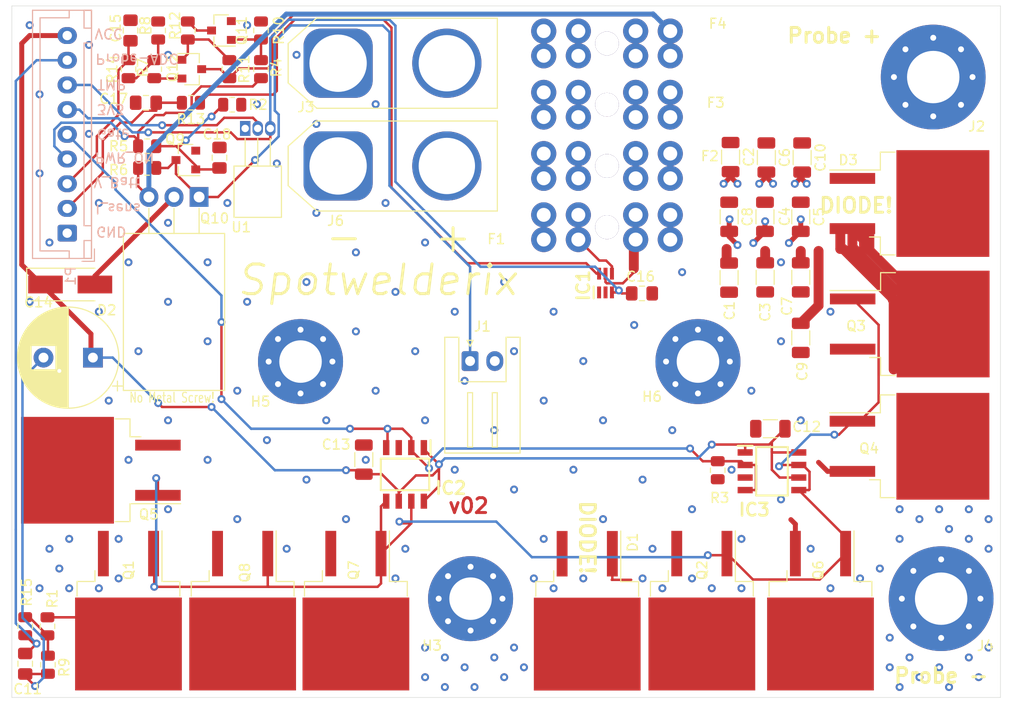
<source format=kicad_pcb>
(kicad_pcb (version 20171130) (host pcbnew "(5.1.9)-1")
  (title_block (title Spotwelderix) (date 2021-09-01) (rev V2))
  (layers (0 F.Cu signal) (31 B.Cu signal) (34 B.Paste user) (35 F.Paste user) (36 B.SilkS user) (37 F.SilkS user) (38 B.Mask user) (39 F.Mask user) (44 Edge.Cuts user))
  (net 0 "")
  (net 1 GND)
  (net 2 VCC)
  (net 3 +BATT)
  (net 4 Gate_logic)
  (net 5 Gate)
  (net 6 Dallas)
  (net 7 Probe-)
  (net 8 VCCQ)
  (net 9 "Net-(D2-Pad2)")
  (net 10 "Net-(J1-Pad1)")
  (net 11 EnablePower)
  (net 12 V_Batt)
  (net 13 R_Schunt_Stab)
  (net 14 ProbeADC)
  (net 15 +3V3)
  (net 16 "Net-(IC1-Pad6)")
  (net 17 "Net-(Q11-Pad3)")
  (net 18 "Net-(Q11-Pad1)")
  (net 19 "Net-(Q12-Pad2)")
  (net 20 "Net-(Q12-Pad1)")
  (net 21 "Net-(R14-Pad1)")
  (net 22 "Net-(C18-Pad1)")
  (net 23 "Net-(R1-Pad2)")
  (module SamacSys_Parts:SOT65P210X110-6N (layer F.Cu) (at 160.05 88.05 90)
    (fp_text reference IC1 (at -0.25 -2.25 90) (layer F.SilkS) (effects (font (size 1.27 1.27) (thickness 0.254))))
    (fp_text value INA213AIDCKR hide)
    (pad 6 smd rect (at 0.95 -0.65 180) (size 0.4 1.2) (layers F.Cu F.Paste F.Mask) (net 16 "Net-(IC1-Pad6)"))
    (pad 5 smd rect (at 0.95 0 180) (size 0.4 1.2) (layers F.Cu F.Paste F.Mask) (net 8 VCCQ))
    (pad 4 smd rect (at 0.95 0.65 180) (size 0.4 1.2) (layers F.Cu F.Paste F.Mask) (net 3 +BATT))
    (pad 3 smd rect (at -0.95 0.65 180) (size 0.4 1.2) (layers F.Cu F.Paste F.Mask) (net 15 +3V3))
    (pad 2 smd rect (at -0.95 0 180) (size 0.4 1.2) (layers F.Cu F.Paste F.Mask) (net 1 GND))
    (pad 1 smd rect (at -0.95 -0.65 180) (size 0.4 1.2) (layers F.Cu F.Paste F.Mask) (net 1 GND))
  )
  (module MountingHole:MountingHole_4.3mm_M4_Pad_Via (layer F.Cu) (at 169.4 96)
    (fp_text reference H6 (at -4.65 3.55) (layer F.SilkS))
    (fp_text value MountingHole_Pad)
    (pad 1 thru_hole circle (at 2.280419 -2.280419) (size 0.9 0.9) (drill 0.6) (layers *.Cu *.Mask) (net 1 GND))
    (pad 1 thru_hole circle (at 0 -3.225) (size 0.9 0.9) (drill 0.6) (layers *.Cu *.Mask) (net 1 GND))
    (pad 1 thru_hole circle (at -2.280419 -2.280419) (size 0.9 0.9) (drill 0.6) (layers *.Cu *.Mask) (net 1 GND))
    (pad 1 thru_hole circle (at -3.225 0) (size 0.9 0.9) (drill 0.6) (layers *.Cu *.Mask) (net 1 GND))
    (pad 1 thru_hole circle (at -2.280419 2.280419) (size 0.9 0.9) (drill 0.6) (layers *.Cu *.Mask) (net 1 GND))
    (pad 1 thru_hole circle (at 0 3.225) (size 0.9 0.9) (drill 0.6) (layers *.Cu *.Mask) (net 1 GND))
    (pad 1 thru_hole circle (at 2.280419 2.280419) (size 0.9 0.9) (drill 0.6) (layers *.Cu *.Mask) (net 1 GND))
    (pad 1 thru_hole circle (at 3.225 0) (size 0.9 0.9) (drill 0.6) (layers *.Cu *.Mask) (net 1 GND))
    (pad 1 thru_hole circle (at 0 0) (size 8.6 8.6) (drill 4.3) (layers *.Cu *.Mask) (net 1 GND))
  )
  (module MountingHole:MountingHole_4.3mm_M4_Pad_Via (layer F.Cu) (at 129.2 96)
    (fp_text reference H5 (at -4.05 4.05) (layer F.SilkS))
    (fp_text value MountingHole_Pad)
    (pad 1 thru_hole circle (at 2.280419 -2.280419) (size 0.9 0.9) (drill 0.6) (layers *.Cu *.Mask) (net 1 GND))
    (pad 1 thru_hole circle (at 0 -3.225) (size 0.9 0.9) (drill 0.6) (layers *.Cu *.Mask) (net 1 GND))
    (pad 1 thru_hole circle (at -2.280419 -2.280419) (size 0.9 0.9) (drill 0.6) (layers *.Cu *.Mask) (net 1 GND))
    (pad 1 thru_hole circle (at -3.225 0) (size 0.9 0.9) (drill 0.6) (layers *.Cu *.Mask) (net 1 GND))
    (pad 1 thru_hole circle (at -2.280419 2.280419) (size 0.9 0.9) (drill 0.6) (layers *.Cu *.Mask) (net 1 GND))
    (pad 1 thru_hole circle (at 0 3.225) (size 0.9 0.9) (drill 0.6) (layers *.Cu *.Mask) (net 1 GND))
    (pad 1 thru_hole circle (at 2.280419 2.280419) (size 0.9 0.9) (drill 0.6) (layers *.Cu *.Mask) (net 1 GND))
    (pad 1 thru_hole circle (at 3.225 0) (size 0.9 0.9) (drill 0.6) (layers *.Cu *.Mask) (net 1 GND))
    (pad 1 thru_hole circle (at 0 0) (size 8.6 8.6) (drill 4.3) (layers *.Cu *.Mask) (net 1 GND))
  )
  (module MountingHole:MountingHole_4.3mm_M4_Pad_Via (layer F.Cu) (at 146.4 120)
    (fp_text reference H3 (at -3.9 4.75) (layer F.SilkS))
    (fp_text value MountingHole_Pad)
    (pad 1 thru_hole circle (at 2.280419 -2.280419) (size 0.9 0.9) (drill 0.6) (layers *.Cu *.Mask) (net 7 Probe-))
    (pad 1 thru_hole circle (at 0 -3.225) (size 0.9 0.9) (drill 0.6) (layers *.Cu *.Mask) (net 7 Probe-))
    (pad 1 thru_hole circle (at -2.280419 -2.280419) (size 0.9 0.9) (drill 0.6) (layers *.Cu *.Mask) (net 7 Probe-))
    (pad 1 thru_hole circle (at -3.225 0) (size 0.9 0.9) (drill 0.6) (layers *.Cu *.Mask) (net 7 Probe-))
    (pad 1 thru_hole circle (at -2.280419 2.280419) (size 0.9 0.9) (drill 0.6) (layers *.Cu *.Mask) (net 7 Probe-))
    (pad 1 thru_hole circle (at 0 3.225) (size 0.9 0.9) (drill 0.6) (layers *.Cu *.Mask) (net 7 Probe-))
    (pad 1 thru_hole circle (at 2.280419 2.280419) (size 0.9 0.9) (drill 0.6) (layers *.Cu *.Mask) (net 7 Probe-))
    (pad 1 thru_hole circle (at 3.225 0) (size 0.9 0.9) (drill 0.6) (layers *.Cu *.Mask) (net 7 Probe-))
    (pad 1 thru_hole circle (at 0 0) (size 8.6 8.6) (drill 4.3) (layers *.Cu *.Mask) (net 7 Probe-))
  )
  (module Connector_JST:JST_XH_S2B-XH-A_1x02_P2.50mm_Horizontal (layer F.Cu) (at 146.35 95.95)
    (fp_text reference J1 (at 1.25 -3.5) (layer F.SilkS))
    (fp_text value OnOffTast)
    (pad 2 thru_hole oval (at 2.5 0) (size 1.7 2) (drill 1) (layers *.Cu *.Mask) (net 1 GND))
    (pad 1 thru_hole roundrect (at 0 0) (size 1.7 2) (drill 1) (layers *.Cu *.Mask) (roundrect_rratio 0.147059) (net 10 "Net-(J1-Pad1)"))
  )
  (module Resistor_SMD:R_0805_2012Metric (layer F.Cu) (at 101.35 122.7875 270)
    (fp_text reference R15 (at -3.4375 -0.15 90) (layer F.SilkS))
    (fp_text value 47k)
    (pad 2 smd roundrect (at 0.9125 0 270) (size 1.025 1.4) (layers F.Cu F.Paste F.Mask) (roundrect_rratio 0.243902) (net 14 ProbeADC))
    (pad 1 smd roundrect (at -0.9125 0 270) (size 1.025 1.4) (layers F.Cu F.Paste F.Mask) (roundrect_rratio 0.243902) (net 23 "Net-(R1-Pad2)"))
  )
  (module Capacitor_SMD:C_0805_2012Metric_Pad1.18x1.45mm_HandSolder (layer F.Cu) (at 121 75.3625 90)
    (fp_text reference C18 (at 2.3625 -0.25 180) (layer F.SilkS))
    (fp_text value 470p)
    (pad 2 smd roundrect (at 1.0375 0 90) (size 1.175 1.45) (layers F.Cu F.Paste F.Mask) (roundrect_rratio 0.212766) (net 1 GND))
    (pad 1 smd roundrect (at -1.0375 0 90) (size 1.175 1.45) (layers F.Cu F.Paste F.Mask) (roundrect_rratio 0.212766) (net 22 "Net-(C18-Pad1)"))
  )
  (module Resistor_SMD:R_0805_2012Metric (layer F.Cu) (at 111.8 66.4 90)
    (fp_text reference R14 (at 0 -1.65 90) (layer F.SilkS))
    (fp_text value 47k)
    (pad 2 smd roundrect (at 0.9125 0 90) (size 1.025 1.4) (layers F.Cu F.Paste F.Mask) (roundrect_rratio 0.243902) (net 12 V_Batt))
    (pad 1 smd roundrect (at -0.9125 0 90) (size 1.025 1.4) (layers F.Cu F.Paste F.Mask) (roundrect_rratio 0.243902) (net 21 "Net-(R14-Pad1)"))
  )
  (module Resistor_SMD:R_0805_2012Metric (layer F.Cu) (at 118.1125 69.8 180)
    (fp_text reference R13 (at 0 -1.65) (layer F.SilkS))
    (fp_text value 47k)
    (pad 2 smd roundrect (at 0.9125 0 180) (size 1.025 1.4) (layers F.Cu F.Paste F.Mask) (roundrect_rratio 0.243902) (net 13 R_Schunt_Stab))
    (pad 1 smd roundrect (at -0.9125 0 180) (size 1.025 1.4) (layers F.Cu F.Paste F.Mask) (roundrect_rratio 0.243902) (net 16 "Net-(IC1-Pad6)"))
  )
  (module Resistor_SMD:R_0805_2012Metric (layer F.Cu) (at 117.8 62.4875 90)
    (fp_text reference R12 (at 0.4875 -1.3 90) (layer F.SilkS))
    (fp_text value 10k)
    (pad 2 smd roundrect (at 0.9125 0 90) (size 1.025 1.4) (layers F.Cu F.Paste F.Mask) (roundrect_rratio 0.243902) (net 17 "Net-(Q11-Pad3)"))
    (pad 1 smd roundrect (at -0.9125 0 90) (size 1.025 1.4) (layers F.Cu F.Paste F.Mask) (roundrect_rratio 0.243902) (net 20 "Net-(Q12-Pad1)"))
  )
  (module Resistor_SMD:R_0805_2012Metric (layer F.Cu) (at 122 66.4 90)
    (fp_text reference R11 (at 0 1.5 90) (layer F.SilkS))
    (fp_text value 47k)
    (pad 2 smd roundrect (at 0.9125 0 90) (size 1.025 1.4) (layers F.Cu F.Paste F.Mask) (roundrect_rratio 0.243902) (net 20 "Net-(Q12-Pad1)"))
    (pad 1 smd roundrect (at -0.9125 0 90) (size 1.025 1.4) (layers F.Cu F.Paste F.Mask) (roundrect_rratio 0.243902) (net 8 VCCQ))
  )
  (module Resistor_SMD:R_0805_2012Metric (layer F.Cu) (at 125.2 62.4875 90)
    (fp_text reference R10 (at 0 1.8 90) (layer F.SilkS))
    (fp_text value 470)
    (pad 2 smd roundrect (at 0.9125 0 90) (size 1.025 1.4) (layers F.Cu F.Paste F.Mask) (roundrect_rratio 0.243902) (net 1 GND))
    (pad 1 smd roundrect (at -0.9125 0 90) (size 1.025 1.4) (layers F.Cu F.Paste F.Mask) (roundrect_rratio 0.243902) (net 18 "Net-(Q11-Pad1)"))
  )
  (module Resistor_SMD:R_0805_2012Metric (layer F.Cu) (at 125.2 66.4 90)
    (fp_text reference R4 (at 0.15 1.55 90) (layer F.SilkS))
    (fp_text value 10k)
    (pad 2 smd roundrect (at 0.9125 0 90) (size 1.025 1.4) (layers F.Cu F.Paste F.Mask) (roundrect_rratio 0.243902) (net 18 "Net-(Q11-Pad1)"))
    (pad 1 smd roundrect (at -0.9125 0 90) (size 1.025 1.4) (layers F.Cu F.Paste F.Mask) (roundrect_rratio 0.243902) (net 11 EnablePower))
  )
  (module Package_TO_SOT_SMD:SOT-23 (layer F.Cu) (at 118.2 66.4)
    (fp_text reference Q12 (at -1.95 -0.15 90) (layer F.SilkS))
    (fp_text value BC807)
    (pad 3 smd rect (at 1 0) (size 0.9 0.8) (layers F.Cu F.Paste F.Mask) (net 8 VCCQ))
    (pad 2 smd rect (at -1 0.95) (size 0.9 0.8) (layers F.Cu F.Paste F.Mask) (net 19 "Net-(Q12-Pad2)"))
    (pad 1 smd rect (at -1 -0.95) (size 0.9 0.8) (layers F.Cu F.Paste F.Mask) (net 20 "Net-(Q12-Pad1)"))
  )
  (module Package_TO_SOT_SMD:SOT-23 (layer F.Cu) (at 121.2 62.4875 180)
    (fp_text reference Q11 (at -2.05 -0.0125 90) (layer F.SilkS))
    (fp_text value BC817)
    (pad 3 smd rect (at 1 0 180) (size 0.9 0.8) (layers F.Cu F.Paste F.Mask) (net 17 "Net-(Q11-Pad3)"))
    (pad 2 smd rect (at -1 0.95 180) (size 0.9 0.8) (layers F.Cu F.Paste F.Mask) (net 1 GND))
    (pad 1 smd rect (at -1 -0.95 180) (size 0.9 0.8) (layers F.Cu F.Paste F.Mask) (net 18 "Net-(Q11-Pad1)"))
  )
  (module Capacitor_SMD:C_0805_2012Metric_Pad1.18x1.45mm_HandSolder (layer F.Cu) (at 113.5625 69.8 180)
    (fp_text reference C17 (at 3.2625 0.4) (layer F.SilkS))
    (fp_text value 470p)
    (pad 2 smd roundrect (at 1.0375 0 180) (size 1.175 1.45) (layers F.Cu F.Paste F.Mask) (roundrect_rratio 0.212766) (net 1 GND))
    (pad 1 smd roundrect (at -1.0375 0 180) (size 1.175 1.45) (layers F.Cu F.Paste F.Mask) (roundrect_rratio 0.212766) (net 13 R_Schunt_Stab))
  )
  (module my_parts:AMASS_XT60-M_1x02_P7.20mm_Vertical (layer F.Cu) (at 133 65.8)
    (fp_text reference J3 (at -3.25 4.45 180) (layer F.SilkS))
    (fp_text value Conn_01x02_Male)
    (pad 2 thru_hole circle (at 11 0) (size 7 7) (drill 5.7) (layers *.Cu *.Mask) (net 3 +BATT))
    (pad 1 thru_hole roundrect (at 0 0) (size 7 7) (drill 5.8) (layers *.Cu *.Mask) (net 1 GND))
  )
  (module my_parts:AMASS_XT60-M_1x02_P7.20mm_Vertical (layer F.Cu) (at 133 76.2)
    (fp_text reference J6 (at -0.25 5.55 180) (layer F.SilkS))
    (fp_text value Conn_01x02_Male)
    (pad 2 thru_hole circle (at 11 0) (size 7 7) (drill 5.7) (layers *.Cu *.Mask) (net 3 +BATT))
    (pad 1 thru_hole roundrect (at 0 0) (size 7 7) (drill 5.8) (layers *.Cu *.Mask) (net 1 GND))
  )
  (module Package_TO_SOT_THT:TO-220-3_Horizontal_TabDown (layer F.Cu) (at 118.94 79.34 180)
    (fp_text reference Q10 (at -1.56 -2.16) (layer F.SilkS))
    (fp_text value FQP27P06)
    (pad 3 thru_hole oval (at 5.08 0 180) (size 1.905 2) (drill 1.1) (layers *.Cu *.Mask) (net 8 VCCQ))
    (pad 2 thru_hole oval (at 2.54 0 180) (size 1.905 2) (drill 1.1) (layers *.Cu *.Mask) (net 9 "Net-(D2-Pad2)"))
    (pad 1 thru_hole rect (at 0 0 180) (size 1.905 2) (drill 1.1) (layers *.Cu *.Mask) (net 10 "Net-(J1-Pad1)"))
    (pad "" np_thru_hole oval (at 2.54 -16.66 180) (size 3.5 3.5) (drill 3.5) (layers *.Cu *.Mask))
  )
  (module Package_TO_SOT_SMD:TO-263-2 (layer F.Cu) (at 123.345 121.212 270)
    (fp_text reference Q8 (at -3.842 -0.225 90) (layer F.SilkS))
    (fp_text value IRFB7430)
    (pad 2 smd rect (at 3.375 0 270) (size 9.4 10.8) (layers F.Cu F.Mask) (net 7 Probe-))
    (pad 3 smd rect (at -5.775 2.54 270) (size 4.6 1.1) (layers F.Cu F.Paste F.Mask) (net 1 GND))
    (pad 1 smd rect (at -5.775 -2.54 270) (size 4.6 1.1) (layers F.Cu F.Paste F.Mask) (net 5 Gate))
  )
  (module Capacitor_SMD:C_0805_2012Metric_Pad1.18x1.45mm_HandSolder (layer F.Cu) (at 101.35 126.5875 270)
    (fp_text reference C11 (at 2.5625 -0.25 180) (layer F.SilkS))
    (fp_text value 10n)
    (pad 2 smd roundrect (at 1.0375 0 270) (size 1.175 1.45) (layers F.Cu F.Paste F.Mask) (roundrect_rratio 0.212766) (net 1 GND))
    (pad 1 smd roundrect (at -1.0375 0 270) (size 1.175 1.45) (layers F.Cu F.Paste F.Mask) (roundrect_rratio 0.212766) (net 14 ProbeADC))
  )
  (module my_parts:IMAXX_H1810-2x4 (layer F.Cu) (at 160.2 63.8 180)
    (fp_text reference F4 (at -11.2 2) (layer F.SilkS))
    (fp_text value 50A)
    (pad 2 thru_hole circle (at 2.9 -1.25 180) (size 2.54 2.54) (drill 1.41) (layers *.Cu *.Mask) (net 3 +BATT))
    (pad 2 thru_hole circle (at 2.9 1.25 180) (size 2.54 2.54) (drill 1.41) (layers *.Cu *.Mask) (net 3 +BATT))
    (pad 2 thru_hole circle (at 6.4 1.25 180) (size 2.54 2.54) (drill 1.41) (layers *.Cu *.Mask) (net 3 +BATT))
    (pad 2 thru_hole circle (at 6.4 -1.25 180) (size 2.54 2.54) (drill 1.41) (layers *.Cu *.Mask) (net 3 +BATT))
    (pad 1 thru_hole circle (at -2.9 -1.25 180) (size 2.54 2.54) (drill 1.41) (layers *.Cu *.Mask) (net 8 VCCQ))
    (pad 1 thru_hole circle (at -2.9 1.25 180) (size 2.54 2.54) (drill 1.41) (layers *.Cu *.Mask) (net 8 VCCQ))
    (pad 1 thru_hole circle (at -6.4 1.25 180) (size 2.54 2.54) (drill 1.41) (layers *.Cu *.Mask) (net 8 VCCQ))
    (pad 1 thru_hole circle (at -6.4 -1.25 180) (size 2.54 2.54) (drill 1.41) (layers *.Cu *.Mask) (net 8 VCCQ))
    (pad "" thru_hole circle (at 0 0 180) (size 2.4 2.4) (drill 2.4) (layers *.Cu *.Mask))
  )
  (module my_parts:IMAXX_H1810-2x4 (layer F.Cu) (at 160.2 70 180)
    (fp_text reference F3 (at -11 0.2) (layer F.SilkS))
    (fp_text value 50A)
    (pad 2 thru_hole circle (at 2.9 -1.25 180) (size 2.54 2.54) (drill 1.41) (layers *.Cu *.Mask) (net 3 +BATT))
    (pad 2 thru_hole circle (at 2.9 1.25 180) (size 2.54 2.54) (drill 1.41) (layers *.Cu *.Mask) (net 3 +BATT))
    (pad 2 thru_hole circle (at 6.4 1.25 180) (size 2.54 2.54) (drill 1.41) (layers *.Cu *.Mask) (net 3 +BATT))
    (pad 2 thru_hole circle (at 6.4 -1.25 180) (size 2.54 2.54) (drill 1.41) (layers *.Cu *.Mask) (net 3 +BATT))
    (pad 1 thru_hole circle (at -2.9 -1.25 180) (size 2.54 2.54) (drill 1.41) (layers *.Cu *.Mask) (net 8 VCCQ))
    (pad 1 thru_hole circle (at -2.9 1.25 180) (size 2.54 2.54) (drill 1.41) (layers *.Cu *.Mask) (net 8 VCCQ))
    (pad 1 thru_hole circle (at -6.4 1.25 180) (size 2.54 2.54) (drill 1.41) (layers *.Cu *.Mask) (net 8 VCCQ))
    (pad 1 thru_hole circle (at -6.4 -1.25 180) (size 2.54 2.54) (drill 1.41) (layers *.Cu *.Mask) (net 8 VCCQ))
    (pad "" thru_hole circle (at 0 0 180) (size 2.4 2.4) (drill 2.4) (layers *.Cu *.Mask))
  )
  (module my_parts:IMAXX_H1810-2x4 (layer F.Cu) (at 160.2 76.2 180)
    (fp_text reference F2 (at -10.4 1) (layer F.SilkS))
    (fp_text value 50A)
    (pad 2 thru_hole circle (at 2.9 -1.25 180) (size 2.54 2.54) (drill 1.41) (layers *.Cu *.Mask) (net 3 +BATT))
    (pad 2 thru_hole circle (at 2.9 1.25 180) (size 2.54 2.54) (drill 1.41) (layers *.Cu *.Mask) (net 3 +BATT))
    (pad 2 thru_hole circle (at 6.4 1.25 180) (size 2.54 2.54) (drill 1.41) (layers *.Cu *.Mask) (net 3 +BATT))
    (pad 2 thru_hole circle (at 6.4 -1.25 180) (size 2.54 2.54) (drill 1.41) (layers *.Cu *.Mask) (net 3 +BATT))
    (pad 1 thru_hole circle (at -2.9 -1.25 180) (size 2.54 2.54) (drill 1.41) (layers *.Cu *.Mask) (net 8 VCCQ))
    (pad 1 thru_hole circle (at -2.9 1.25 180) (size 2.54 2.54) (drill 1.41) (layers *.Cu *.Mask) (net 8 VCCQ))
    (pad 1 thru_hole circle (at -6.4 1.25 180) (size 2.54 2.54) (drill 1.41) (layers *.Cu *.Mask) (net 8 VCCQ))
    (pad 1 thru_hole circle (at -6.4 -1.25 180) (size 2.54 2.54) (drill 1.41) (layers *.Cu *.Mask) (net 8 VCCQ))
    (pad "" thru_hole circle (at 0 0 180) (size 2.4 2.4) (drill 2.4) (layers *.Cu *.Mask))
  )
  (module my_parts:IMAXX_H1810-2x4 (layer F.Cu) (at 160.2 82.4 180)
    (fp_text reference F1 (at 11.2 -1.2) (layer F.SilkS))
    (fp_text value 50A)
    (pad 2 thru_hole circle (at 2.9 -1.25 180) (size 2.54 2.54) (drill 1.41) (layers *.Cu *.Mask) (net 3 +BATT))
    (pad 2 thru_hole circle (at 2.9 1.25 180) (size 2.54 2.54) (drill 1.41) (layers *.Cu *.Mask) (net 3 +BATT))
    (pad 2 thru_hole circle (at 6.4 1.25 180) (size 2.54 2.54) (drill 1.41) (layers *.Cu *.Mask) (net 3 +BATT))
    (pad 2 thru_hole circle (at 6.4 -1.25 180) (size 2.54 2.54) (drill 1.41) (layers *.Cu *.Mask) (net 3 +BATT))
    (pad 1 thru_hole circle (at -2.9 -1.25 180) (size 2.54 2.54) (drill 1.41) (layers *.Cu *.Mask) (net 8 VCCQ))
    (pad 1 thru_hole circle (at -2.9 1.25 180) (size 2.54 2.54) (drill 1.41) (layers *.Cu *.Mask) (net 8 VCCQ))
    (pad 1 thru_hole circle (at -6.4 1.25 180) (size 2.54 2.54) (drill 1.41) (layers *.Cu *.Mask) (net 8 VCCQ))
    (pad 1 thru_hole circle (at -6.4 -1.25 180) (size 2.54 2.54) (drill 1.41) (layers *.Cu *.Mask) (net 8 VCCQ))
    (pad "" thru_hole circle (at 0 0 180) (size 2.4 2.4) (drill 2.4) (layers *.Cu *.Mask))
  )
  (module MountingHole:MountingHole_5.3mm_M5_Pad_Via (layer F.Cu) (at 193.2 67.2)
    (fp_text reference J2 (at 4.4 5) (layer F.SilkS))
    (fp_text value probe+)
    (pad 1 thru_hole circle (at 2.810749 -2.810749) (size 0.9 0.9) (drill 0.6) (layers *.Cu *.Mask) (net 8 VCCQ))
    (pad 1 thru_hole circle (at 0 -3.975) (size 0.9 0.9) (drill 0.6) (layers *.Cu *.Mask) (net 8 VCCQ))
    (pad 1 thru_hole circle (at -2.810749 -2.810749) (size 0.9 0.9) (drill 0.6) (layers *.Cu *.Mask) (net 8 VCCQ))
    (pad 1 thru_hole circle (at -3.975 0) (size 0.9 0.9) (drill 0.6) (layers *.Cu *.Mask) (net 8 VCCQ))
    (pad 1 thru_hole circle (at -2.810749 2.810749) (size 0.9 0.9) (drill 0.6) (layers *.Cu *.Mask) (net 8 VCCQ))
    (pad 1 thru_hole circle (at 0 3.975) (size 0.9 0.9) (drill 0.6) (layers *.Cu *.Mask) (net 8 VCCQ))
    (pad 1 thru_hole circle (at 2.810749 2.810749) (size 0.9 0.9) (drill 0.6) (layers *.Cu *.Mask) (net 8 VCCQ))
    (pad 1 thru_hole circle (at 3.975 0) (size 0.9 0.9) (drill 0.6) (layers *.Cu *.Mask) (net 8 VCCQ))
    (pad 1 thru_hole circle (at 0 0) (size 10.6 10.6) (drill 5.3) (layers *.Cu *.Mask) (net 8 VCCQ))
  )
  (module Resistor_SMD:R_0805_2012Metric (layer F.Cu) (at 103.65 126.6875 270)
    (fp_text reference R9 (at 0.2625 -1.65 90) (layer F.SilkS))
    (fp_text value 2.5k)
    (pad 2 smd roundrect (at 0.9125 0 270) (size 1.025 1.4) (layers F.Cu F.Paste F.Mask) (roundrect_rratio 0.243902) (net 1 GND))
    (pad 1 smd roundrect (at -0.9125 0 270) (size 1.025 1.4) (layers F.Cu F.Paste F.Mask) (roundrect_rratio 0.243902) (net 23 "Net-(R1-Pad2)"))
  )
  (module Resistor_SMD:R_0805_2012Metric (layer F.Cu) (at 103.6 122.8 270)
    (fp_text reference R1 (at -2.8 -0.5 90) (layer F.SilkS))
    (fp_text value 15k)
    (pad 2 smd roundrect (at 0.9125 0 270) (size 1.025 1.4) (layers F.Cu F.Paste F.Mask) (roundrect_rratio 0.243902) (net 23 "Net-(R1-Pad2)"))
    (pad 1 smd roundrect (at -0.9125 0 270) (size 1.025 1.4) (layers F.Cu F.Paste F.Mask) (roundrect_rratio 0.243902) (net 7 Probe-))
  )
  (module Diode_SMD:D_SMA_Handsoldering (layer F.Cu) (at 105.9 88.2)
    (fp_text reference D2 (at 3.7 2.6) (layer F.SilkS))
    (fp_text value D)
    (pad 2 smd rect (at 2.5 0) (size 3.5 1.8) (layers F.Cu F.Paste F.Mask) (net 9 "Net-(D2-Pad2)"))
    (pad 1 smd rect (at -2.5 0) (size 3.5 1.8) (layers F.Cu F.Paste F.Mask) (net 2 VCC))
  )
  (module Capacitor_SMD:C_0805_2012Metric_Pad1.18x1.45mm_HandSolder (layer F.Cu) (at 163.7375 89.1 180)
    (fp_text reference C16 (at 0.1375 1.7) (layer F.SilkS))
    (fp_text value 100n)
    (pad 2 smd roundrect (at 1.0375 0 180) (size 1.175 1.45) (layers F.Cu F.Paste F.Mask) (roundrect_rratio 0.212766) (net 15 +3V3))
    (pad 1 smd roundrect (at -1.0375 0 180) (size 1.175 1.45) (layers F.Cu F.Paste F.Mask) (roundrect_rratio 0.212766) (net 1 GND))
  )
  (module Capacitor_SMD:C_0805_2012Metric_Pad1.18x1.45mm_HandSolder (layer F.Cu) (at 112 62.4875 90)
    (fp_text reference C15 (at 0.2375 -1.5 90) (layer F.SilkS))
    (fp_text value 10n)
    (pad 2 smd roundrect (at 1.0375 0 90) (size 1.175 1.45) (layers F.Cu F.Paste F.Mask) (roundrect_rratio 0.212766) (net 1 GND))
    (pad 1 smd roundrect (at -1.0375 0 90) (size 1.175 1.45) (layers F.Cu F.Paste F.Mask) (roundrect_rratio 0.212766) (net 12 V_Batt))
  )
  (module Resistor_SMD:R_0805_2012Metric (layer F.Cu) (at 122.2875 70)
    (fp_text reference R2 (at 2.6125 0) (layer F.SilkS))
    (fp_text value 10k)
    (pad 2 smd roundrect (at 0.9125 0) (size 1.025 1.4) (layers F.Cu F.Paste F.Mask) (roundrect_rratio 0.243902) (net 1 GND))
    (pad 1 smd roundrect (at -0.9125 0) (size 1.025 1.4) (layers F.Cu F.Paste F.Mask) (roundrect_rratio 0.243902) (net 22 "Net-(C18-Pad1)"))
  )
  (module Package_TO_SOT_SMD:SOT-23 (layer F.Cu) (at 117.6 75.6 180)
    (fp_text reference Q9 (at 1.1 2.1) (layer F.SilkS))
    (fp_text value BC817)
    (pad 3 smd rect (at 1 0 180) (size 0.9 0.8) (layers F.Cu F.Paste F.Mask) (net 10 "Net-(J1-Pad1)"))
    (pad 2 smd rect (at -1 0.95 180) (size 0.9 0.8) (layers F.Cu F.Paste F.Mask) (net 1 GND))
    (pad 1 smd rect (at -1 -0.95 180) (size 0.9 0.8) (layers F.Cu F.Paste F.Mask) (net 22 "Net-(C18-Pad1)"))
  )
  (module Connector_JST:JST_XH_B9B-XH-A_1x09_P2.50mm_Vertical (layer B.Cu) (at 105.6 83 90)
    (fp_text reference P1 (at -4.35 0.35 270) (layer B.SilkS) (effects (justify mirror)))
    (fp_text value CONN_01X09)
    (pad 9 thru_hole oval (at 20 0 90) (size 1.7 1.95) (drill 0.95) (layers *.Cu *.Mask) (net 2 VCC))
    (pad 8 thru_hole oval (at 17.5 0 90) (size 1.7 1.95) (drill 0.95) (layers *.Cu *.Mask) (net 14 ProbeADC))
    (pad 7 thru_hole oval (at 15 0 90) (size 1.7 1.95) (drill 0.95) (layers *.Cu *.Mask) (net 6 Dallas))
    (pad 6 thru_hole oval (at 12.5 0 90) (size 1.7 1.95) (drill 0.95) (layers *.Cu *.Mask) (net 15 +3V3))
    (pad 5 thru_hole oval (at 10 0 90) (size 1.7 1.95) (drill 0.95) (layers *.Cu *.Mask) (net 4 Gate_logic))
    (pad 4 thru_hole oval (at 7.5 0 90) (size 1.7 1.95) (drill 0.95) (layers *.Cu *.Mask) (net 11 EnablePower))
    (pad 3 thru_hole oval (at 5 0 90) (size 1.7 1.95) (drill 0.95) (layers *.Cu *.Mask) (net 12 V_Batt))
    (pad 2 thru_hole oval (at 2.5 0 90) (size 1.7 1.95) (drill 0.95) (layers *.Cu *.Mask) (net 13 R_Schunt_Stab))
    (pad 1 thru_hole roundrect (at 0 0 90) (size 1.7 1.95) (drill 0.95) (layers *.Cu *.Mask) (roundrect_rratio 0.147059) (net 1 GND))
  )
  (module Capacitor_SMD:C_1206_3216Metric (layer F.Cu) (at 179.94 75.345 270)
    (fp_text reference C10 (at 0 -1.85 90) (layer F.SilkS))
    (fp_text value 10µ)
    (pad 2 smd roundrect (at 1.475 0 270) (size 1.15 1.8) (layers F.Cu F.Paste F.Mask) (roundrect_rratio 0.217391) (net 1 GND))
    (pad 1 smd roundrect (at -1.475 0 270) (size 1.15 1.8) (layers F.Cu F.Paste F.Mask) (roundrect_rratio 0.217391) (net 8 VCCQ))
  )
  (module Capacitor_SMD:C_1206_3216Metric (layer F.Cu) (at 172.56 81.345 270)
    (fp_text reference C8 (at 0 -1.85 90) (layer F.SilkS))
    (fp_text value 10µ)
    (pad 2 smd roundrect (at 1.475 0 270) (size 1.15 1.8) (layers F.Cu F.Paste F.Mask) (roundrect_rratio 0.217391) (net 1 GND))
    (pad 1 smd roundrect (at -1.475 0 270) (size 1.15 1.8) (layers F.Cu F.Paste F.Mask) (roundrect_rratio 0.217391) (net 8 VCCQ))
  )
  (module Capacitor_SMD:C_1206_3216Metric (layer F.Cu) (at 176.32 75.345 270)
    (fp_text reference C6 (at 0 -1.85 90) (layer F.SilkS))
    (fp_text value 10µ)
    (pad 2 smd roundrect (at 1.475 0 270) (size 1.15 1.8) (layers F.Cu F.Paste F.Mask) (roundrect_rratio 0.217391) (net 1 GND))
    (pad 1 smd roundrect (at -1.475 0 270) (size 1.15 1.8) (layers F.Cu F.Paste F.Mask) (roundrect_rratio 0.217391) (net 8 VCCQ))
  )
  (module Capacitor_SMD:C_1206_3216Metric (layer F.Cu) (at 172.7 75.3 270)
    (fp_text reference C2 (at 0 -1.85 90) (layer F.SilkS))
    (fp_text value 10µ)
    (pad 2 smd roundrect (at 1.475 0 270) (size 1.15 1.8) (layers F.Cu F.Paste F.Mask) (roundrect_rratio 0.217391) (net 1 GND))
    (pad 1 smd roundrect (at -1.475 0 270) (size 1.15 1.8) (layers F.Cu F.Paste F.Mask) (roundrect_rratio 0.217391) (net 8 VCCQ))
  )
  (module SamacSys_Parts:SOIC127P600X175-8N (layer F.Cu) (at 176.888 107.105)
    (fp_text reference IC3 (at -1.788 3.895) (layer F.SilkS) (effects (font (size 1.27 1.27) (thickness 0.254))))
    (fp_text value IXDD604SIA hide)
    (pad 8 smd rect (at 2.712 -1.905 90) (size 0.65 1.525) (layers F.Cu F.Paste F.Mask) (net 2 VCC))
    (pad 7 smd rect (at 2.712 -0.635 90) (size 0.65 1.525) (layers F.Cu F.Paste F.Mask) (net 5 Gate))
    (pad 6 smd rect (at 2.712 0.635 90) (size 0.65 1.525) (layers F.Cu F.Paste F.Mask) (net 2 VCC))
    (pad 5 smd rect (at 2.712 1.905 90) (size 0.65 1.525) (layers F.Cu F.Paste F.Mask) (net 5 Gate))
    (pad 4 smd rect (at -2.712 1.905 90) (size 0.65 1.525) (layers F.Cu F.Paste F.Mask) (net 4 Gate_logic))
    (pad 3 smd rect (at -2.712 0.635 90) (size 0.65 1.525) (layers F.Cu F.Paste F.Mask) (net 1 GND))
    (pad 2 smd rect (at -2.712 -0.635 90) (size 0.65 1.525) (layers F.Cu F.Paste F.Mask) (net 4 Gate_logic))
    (pad 1 smd rect (at -2.712 -1.905 90) (size 0.65 1.525) (layers F.Cu F.Paste F.Mask) (net 2 VCC))
  )
  (module Capacitor_SMD:C_1206_3216Metric (layer F.Cu) (at 176.725 102.8 180)
    (fp_text reference C12 (at -3.675 0.2) (layer F.SilkS))
    (fp_text value 10µ)
    (pad 2 smd roundrect (at 1.475 0 180) (size 1.15 1.8) (layers F.Cu F.Paste F.Mask) (roundrect_rratio 0.217391) (net 1 GND))
    (pad 1 smd roundrect (at -1.475 0 180) (size 1.15 1.8) (layers F.Cu F.Paste F.Mask) (roundrect_rratio 0.217391) (net 2 VCC))
  )
  (module Resistor_SMD:R_0805_2012Metric (layer F.Cu) (at 114.8 62.4875 90)
    (fp_text reference R8 (at 0.4875 -1.3 90) (layer F.SilkS))
    (fp_text value 2.5k)
    (pad 2 smd roundrect (at 0.9125 0 90) (size 1.025 1.4) (layers F.Cu F.Paste F.Mask) (roundrect_rratio 0.243902) (net 1 GND))
    (pad 1 smd roundrect (at -0.9125 0 90) (size 1.025 1.4) (layers F.Cu F.Paste F.Mask) (roundrect_rratio 0.243902) (net 21 "Net-(R14-Pad1)"))
  )
  (module Resistor_SMD:R_0805_2012Metric (layer F.Cu) (at 114.4 66.4 90)
    (fp_text reference R7 (at 0.15 -1.15 90) (layer F.SilkS))
    (fp_text value 15k)
    (pad 2 smd roundrect (at 0.9125 0 90) (size 1.025 1.4) (layers F.Cu F.Paste F.Mask) (roundrect_rratio 0.243902) (net 21 "Net-(R14-Pad1)"))
    (pad 1 smd roundrect (at -0.9125 0 90) (size 1.025 1.4) (layers F.Cu F.Paste F.Mask) (roundrect_rratio 0.243902) (net 19 "Net-(Q12-Pad2)"))
  )
  (module Resistor_SMD:R_0805_2012Metric (layer F.Cu) (at 113.6875 76.4)
    (fp_text reference R6 (at -2.8875 0.2) (layer F.SilkS))
    (fp_text value 22k)
    (pad 2 smd roundrect (at 0.9125 0) (size 1.025 1.4) (layers F.Cu F.Paste F.Mask) (roundrect_rratio 0.243902) (net 10 "Net-(J1-Pad1)"))
    (pad 1 smd roundrect (at -0.9125 0) (size 1.025 1.4) (layers F.Cu F.Paste F.Mask) (roundrect_rratio 0.243902) (net 8 VCCQ))
  )
  (module Resistor_SMD:R_0805_2012Metric (layer F.Cu) (at 113.6875 74.2)
    (fp_text reference R5 (at -2.8875 0) (layer F.SilkS))
    (fp_text value 22k)
    (pad 2 smd roundrect (at 0.9125 0) (size 1.025 1.4) (layers F.Cu F.Paste F.Mask) (roundrect_rratio 0.243902) (net 22 "Net-(C18-Pad1)"))
    (pad 1 smd roundrect (at -0.9125 0) (size 1.025 1.4) (layers F.Cu F.Paste F.Mask) (roundrect_rratio 0.243902) (net 11 EnablePower))
  )
  (module Capacitor_THT:CP_Radial_D10.0mm_P5.00mm (layer F.Cu) (at 108.2 95.6 180)
    (fp_text reference C14 (at 5.5 5.6) (layer F.SilkS))
    (fp_text value 470µ)
    (pad 2 thru_hole circle (at 5 0 180) (size 2 2) (drill 1) (layers *.Cu *.Mask) (net 1 GND))
    (pad 1 thru_hole rect (at 0 0 180) (size 2 2) (drill 1) (layers *.Cu *.Mask) (net 2 VCC))
  )
  (module Capacitor_SMD:C_1206_3216Metric (layer F.Cu) (at 135.6 105.925 90)
    (fp_text reference C13 (at 1.525 -2.8 180) (layer F.SilkS))
    (fp_text value 10µ)
    (pad 2 smd roundrect (at 1.475 0 90) (size 1.15 1.8) (layers F.Cu F.Paste F.Mask) (roundrect_rratio 0.2173904347826087) (net 1 GND))
    (pad 1 smd roundrect (at -1.475 0 90) (size 1.15 1.8) (layers F.Cu F.Paste F.Mask) (roundrect_rratio 0.2173904347826087) (net 2 VCC))
  )
  (module Resistor_SMD:R_0805_2012Metric (layer F.Cu) (at 171.4 107 270)
    (fp_text reference R3 (at 2.8 -0.2 180) (layer F.SilkS))
    (fp_text value 10k)
    (pad 2 smd roundrect (at 0.9125 0 270) (size 1.025 1.4) (layers F.Cu F.Paste F.Mask) (roundrect_rratio 0.2439014634146341) (net 1 GND))
    (pad 1 smd roundrect (at -0.9125 0 270) (size 1.025 1.4) (layers F.Cu F.Paste F.Mask) (roundrect_rratio 0.2439014634146341) (net 4 Gate_logic))
  )
  (module SamacSys_Parts:SOIC127P600X175-8N (layer F.Cu) (at 139.77 107.42 270)
    (fp_text reference IC2 (at 1.38 -4.63 180) (layer F.SilkS) (effects (font (size 1.27 1.27) (thickness 0.254))))
    (fp_text value IXDD604SIA hide)
    (pad 8 smd rect (at 2.712 -1.905) (size 0.65 1.525) (layers F.Cu F.Paste F.Mask) (net 2 VCC))
    (pad 7 smd rect (at 2.712 -0.635) (size 0.65 1.525) (layers F.Cu F.Paste F.Mask) (net 5 Gate))
    (pad 6 smd rect (at 2.712 0.635) (size 0.65 1.525) (layers F.Cu F.Paste F.Mask) (net 2 VCC))
    (pad 5 smd rect (at 2.712 1.905) (size 0.65 1.525) (layers F.Cu F.Paste F.Mask) (net 5 Gate))
    (pad 4 smd rect (at -2.712 1.905) (size 0.65 1.525) (layers F.Cu F.Paste F.Mask) (net 4 Gate_logic))
    (pad 3 smd rect (at -2.712 0.635) (size 0.65 1.525) (layers F.Cu F.Paste F.Mask) (net 1 GND))
    (pad 2 smd rect (at -2.712 -0.635) (size 0.65 1.525) (layers F.Cu F.Paste F.Mask) (net 4 Gate_logic))
    (pad 1 smd rect (at -2.712 -1.905) (size 0.65 1.525) (layers F.Cu F.Paste F.Mask) (net 2 VCC))
  )
  (module Package_TO_SOT_SMD:TO-263-2 (layer F.Cu) (at 134.8 121.212 270)
    (fp_text reference Q7 (at -4.092 0.225 90) (layer F.SilkS))
    (fp_text value IRFB7430)
    (pad 2 smd rect (at 3.375 0 270) (size 9.4 10.8) (layers F.Cu F.Mask) (net 7 Probe-))
    (pad 3 smd rect (at -5.775 2.54 270) (size 4.6 1.1) (layers F.Cu F.Paste F.Mask) (net 1 GND))
    (pad 1 smd rect (at -5.775 -2.54 270) (size 4.6 1.1) (layers F.Cu F.Paste F.Mask) (net 5 Gate))
  )
  (module Package_TO_SOT_SMD:TO-263-2 (layer F.Cu) (at 181.795 121.212 270)
    (fp_text reference Q6 (at -4.092 0.225 90) (layer F.SilkS))
    (fp_text value IRFB7430)
    (pad 2 smd rect (at 3.375 0 270) (size 9.4 10.8) (layers F.Cu F.Mask) (net 7 Probe-))
    (pad 3 smd rect (at -5.775 2.54 270) (size 4.6 1.1) (layers F.Cu F.Paste F.Mask) (net 1 GND))
    (pad 1 smd rect (at -5.775 -2.54 270) (size 4.6 1.1) (layers F.Cu F.Paste F.Mask) (net 5 Gate))
  )
  (module Package_TO_SOT_SMD:TO-263-2 (layer F.Cu) (at 109 107 180)
    (fp_text reference Q5 (at -4.842 -4.475) (layer F.SilkS))
    (fp_text value IRFB7430)
    (pad 2 smd rect (at 3.375 0 180) (size 9.4 10.8) (layers F.Cu F.Mask) (net 7 Probe-))
    (pad 3 smd rect (at -5.775 2.54 180) (size 4.6 1.1) (layers F.Cu F.Paste F.Mask) (net 1 GND))
    (pad 1 smd rect (at -5.775 -2.54 180) (size 4.6 1.1) (layers F.Cu F.Paste F.Mask) (net 5 Gate))
  )
  (module Package_TO_SOT_SMD:TO-263-2 (layer F.Cu) (at 190.8 104.575)
    (fp_text reference Q4 (at -4.092 0.225) (layer F.SilkS))
    (fp_text value IRFB7430)
    (pad 2 smd rect (at 3.375 0) (size 9.4 10.8) (layers F.Cu F.Mask) (net 7 Probe-))
    (pad 3 smd rect (at -5.775 2.54) (size 4.6 1.1) (layers F.Cu F.Paste F.Mask) (net 1 GND))
    (pad 1 smd rect (at -5.775 -2.54) (size 4.6 1.1) (layers F.Cu F.Paste F.Mask) (net 5 Gate))
  )
  (module Package_TO_SOT_SMD:TO-263-2 (layer F.Cu) (at 190.825 92.2)
    (fp_text reference Q3 (at -5.425 0.2) (layer F.SilkS))
    (fp_text value IRFB7430)
    (pad 2 smd rect (at 3.375 0) (size 9.4 10.8) (layers F.Cu F.Mask) (net 7 Probe-))
    (pad 3 smd rect (at -5.775 2.54) (size 4.6 1.1) (layers F.Cu F.Paste F.Mask) (net 1 GND))
    (pad 1 smd rect (at -5.775 -2.54) (size 4.6 1.1) (layers F.Cu F.Paste F.Mask) (net 5 Gate))
  )
  (module Package_TO_SOT_SMD:TO-263-2 (layer F.Cu) (at 169.795 121.212 270)
    (fp_text reference Q2 (at -4.092 -0.025 90) (layer F.SilkS))
    (fp_text value IRFB7430)
    (pad 2 smd rect (at 3.375 0 270) (size 9.4 10.8) (layers F.Cu F.Mask) (net 7 Probe-))
    (pad 3 smd rect (at -5.775 2.54 270) (size 4.6 1.1) (layers F.Cu F.Paste F.Mask) (net 1 GND))
    (pad 1 smd rect (at -5.775 -2.54 270) (size 4.6 1.1) (layers F.Cu F.Paste F.Mask) (net 5 Gate))
  )
  (module Package_TO_SOT_SMD:TO-263-2 (layer F.Cu) (at 111.795 121.212 270)
    (fp_text reference Q1 (at -4.092 -0.025 90) (layer F.SilkS))
    (fp_text value IRFB7430)
    (pad 2 smd rect (at 3.375 0 270) (size 9.4 10.8) (layers F.Cu F.Mask) (net 7 Probe-))
    (pad 3 smd rect (at -5.775 2.54 270) (size 4.6 1.1) (layers F.Cu F.Paste F.Mask) (net 1 GND))
    (pad 1 smd rect (at -5.775 -2.54 270) (size 4.6 1.1) (layers F.Cu F.Paste F.Mask) (net 5 Gate))
  )
  (module Capacitor_SMD:C_1206_3216Metric (layer F.Cu) (at 172.55 87.5 270)
    (fp_text reference C1 (at 3.35 -0.05 90) (layer F.SilkS))
    (fp_text value 10µ)
    (pad 2 smd roundrect (at 1.475 0 270) (size 1.15 1.8) (layers F.Cu F.Paste F.Mask) (roundrect_rratio 0.2173904347826087) (net 1 GND))
    (pad 1 smd roundrect (at -1.475 0 270) (size 1.15 1.8) (layers F.Cu F.Paste F.Mask) (roundrect_rratio 0.2173904347826087) (net 8 VCCQ))
  )
  (module Capacitor_SMD:C_1206_3216Metric (layer F.Cu) (at 176.2 87.475 270)
    (fp_text reference C3 (at 3.525 0 90) (layer F.SilkS))
    (fp_text value 10µ)
    (pad 2 smd roundrect (at 1.475 0 270) (size 1.15 1.8) (layers F.Cu F.Paste F.Mask) (roundrect_rratio 0.2173904347826087) (net 1 GND))
    (pad 1 smd roundrect (at -1.475 0 270) (size 1.15 1.8) (layers F.Cu F.Paste F.Mask) (roundrect_rratio 0.2173904347826087) (net 8 VCCQ))
  )
  (module Capacitor_SMD:C_1206_3216Metric (layer F.Cu) (at 176.18 81.345 270)
    (fp_text reference C4 (at -0.025 -2 90) (layer F.SilkS))
    (fp_text value 10µ)
    (pad 1 smd roundrect (at -1.475 0 270) (size 1.15 1.8) (layers F.Cu F.Paste F.Mask) (roundrect_rratio 0.2173904347826087) (net 8 VCCQ))
    (pad 2 smd roundrect (at 1.475 0 270) (size 1.15 1.8) (layers F.Cu F.Paste F.Mask) (roundrect_rratio 0.2173904347826087) (net 1 GND))
  )
  (module Capacitor_SMD:C_1206_3216Metric (layer F.Cu) (at 179.8 81.345 270)
    (fp_text reference C5 (at 0 -1.85 90) (layer F.SilkS))
    (fp_text value 10µ)
    (pad 2 smd roundrect (at 1.475 0 270) (size 1.15 1.8) (layers F.Cu F.Paste F.Mask) (roundrect_rratio 0.2173904347826087) (net 1 GND))
    (pad 1 smd roundrect (at -1.475 0 270) (size 1.15 1.8) (layers F.Cu F.Paste F.Mask) (roundrect_rratio 0.2173904347826087) (net 8 VCCQ))
  )
  (module Capacitor_SMD:C_1206_3216Metric (layer F.Cu) (at 179.8 87.475 270)
    (fp_text reference C7 (at 2.925 1.4 90) (layer F.SilkS))
    (fp_text value 10µ)
    (pad 2 smd roundrect (at 1.475 0 270) (size 1.15 1.8) (layers F.Cu F.Paste F.Mask) (roundrect_rratio 0.2173904347826087) (net 1 GND))
    (pad 1 smd roundrect (at -1.475 0 270) (size 1.15 1.8) (layers F.Cu F.Paste F.Mask) (roundrect_rratio 0.2173904347826087) (net 8 VCCQ))
  )
  (module Capacitor_SMD:C_1206_3216Metric (layer F.Cu) (at 179.8 93.6 270)
    (fp_text reference C9 (at 3.4 -0.15 90) (layer F.SilkS))
    (fp_text value 10µ)
    (pad 2 smd roundrect (at 1.475 0 270) (size 1.15 1.8) (layers F.Cu F.Paste F.Mask) (roundrect_rratio 0.2173904347826087) (net 1 GND))
    (pad 1 smd roundrect (at -1.475 0 270) (size 1.15 1.8) (layers F.Cu F.Paste F.Mask) (roundrect_rratio 0.2173904347826087) (net 8 VCCQ))
  )
  (module Package_TO_SOT_SMD:TO-263-2_TabPin1 (layer F.Cu) (at 158.2 121.225 270)
    (fp_text reference D1 (at -6.925 -4.6 90) (layer F.SilkS))
    (fp_text value RF2001NS2D)
    (pad 1 smd rect (at -5.775 -2.54 270) (size 4.6 1.1) (layers F.Cu F.Paste F.Mask) (net 7 Probe-))
    (pad 2 smd rect (at -5.775 2.54 270) (size 4.6 1.1) (layers F.Cu F.Paste F.Mask) (net 1 GND))
    (pad 1 smd rect (at 3.375 0 270) (size 9.4 10.8) (layers F.Cu F.Mask) (net 7 Probe-))
  )
  (module Package_TO_SOT_SMD:TO-263-2_TabPin1 (layer F.Cu) (at 190.8 80)
    (fp_text reference D3 (at -6.2 -4.4) (layer F.SilkS))
    (fp_text value RF2001NS2D)
    (pad 1 smd rect (at -5.775 -2.54) (size 4.6 1.1) (layers F.Cu F.Paste F.Mask) (net 8 VCCQ))
    (pad 2 smd rect (at -5.775 2.54) (size 4.6 1.1) (layers F.Cu F.Paste F.Mask) (net 7 Probe-))
    (pad 1 smd rect (at 3.375 0) (size 9.4 10.8) (layers F.Cu F.Mask) (net 8 VCCQ))
  )
  (module MountingHole:MountingHole_5.3mm_M5_Pad_Via (layer F.Cu) (at 194 120)
    (fp_text reference J4 (at 4.48 4.78) (layer F.SilkS))
    (fp_text value probe-)
    (pad 1 thru_hole circle (at 2.810749 -2.810749) (size 0.9 0.9) (drill 0.6) (layers *.Cu *.Mask) (net 7 Probe-))
    (pad 1 thru_hole circle (at 0 -3.975) (size 0.9 0.9) (drill 0.6) (layers *.Cu *.Mask) (net 7 Probe-))
    (pad 1 thru_hole circle (at -2.810749 -2.810749) (size 0.9 0.9) (drill 0.6) (layers *.Cu *.Mask) (net 7 Probe-))
    (pad 1 thru_hole circle (at -3.975 0) (size 0.9 0.9) (drill 0.6) (layers *.Cu *.Mask) (net 7 Probe-))
    (pad 1 thru_hole circle (at -2.810749 2.810749) (size 0.9 0.9) (drill 0.6) (layers *.Cu *.Mask) (net 7 Probe-))
    (pad 1 thru_hole circle (at 0 3.975) (size 0.9 0.9) (drill 0.6) (layers *.Cu *.Mask) (net 7 Probe-))
    (pad 1 thru_hole circle (at 2.810749 2.810749) (size 0.9 0.9) (drill 0.6) (layers *.Cu *.Mask) (net 7 Probe-))
    (pad 1 thru_hole circle (at 3.975 0) (size 0.9 0.9) (drill 0.6) (layers *.Cu *.Mask) (net 7 Probe-))
    (pad 1 thru_hole circle (at 0 0) (size 10.6 10.6) (drill 5.3) (layers *.Cu *.Mask) (net 7 Probe-))
  )
  (module Package_TO_SOT_THT:TO-92_Inline_Horizontal1 (layer F.Cu) (at 123.6 72.4)
    (fp_text reference U1 (at -0.4 10) (layer F.SilkS))
    (fp_text value DS18B20)
    (pad 2 thru_hole oval (at 1.27 0) (size 1.05 1.5) (drill 0.75) (layers *.Cu *.Mask) (net 6 Dallas))
    (pad 3 thru_hole oval (at 2.54 0) (size 1.05 1.5) (drill 0.75) (layers *.Cu *.Mask) (net 15 +3V3))
    (pad 1 thru_hole rect (at 0 0) (size 1.05 1.5) (drill 0.75) (layers *.Cu *.Mask) (net 1 GND))
  )
  (gr_text "No Metal Screw!" (at 116.2 99.65) (layer F.SilkS) (effects (font (size 1 0.7) (thickness 0.11))))
  (gr_text GND (at 110.05 82.85 180) (layer B.SilkS) (effects (font (size 1 1)) (justify mirror)))
  (gr_text I_sens (at 110.75 80.5 180) (layer B.SilkS) (effects (font (size 1 1)) (justify mirror)))
  (gr_text V_Batt (at 110.6 77.85 180) (layer B.SilkS) (effects (font (size 1 1)) (justify mirror)))
  (gr_text PWR_ON (at 111.4 75.35 180) (layer B.SilkS) (effects (font (size 1 1)) (justify mirror)))
  (gr_text Gate (at 110.25 72.95 180) (layer B.SilkS) (effects (font (size 1 1)) (justify mirror)))
  (gr_text 3V3 (at 110 70.45 180) (layer B.SilkS) (effects (font (size 1 1)) (justify mirror)))
  (gr_text TMP (at 110.1 67.95 180) (layer B.SilkS) (effects (font (size 1 1)) (justify mirror)))
  (gr_text Probe-ADC (at 112.65 65.35 180) (layer B.SilkS) (effects (font (size 1 1)) (justify mirror)))
  (gr_text "Probe +" (at 183.2 63) (layer F.SilkS) (effects (font (size 1.5 1.5) (thickness 0.3))))
  (gr_text "Probe -" (at 194 127.8) (layer F.SilkS) (effects (font (size 1.5 1.5) (thickness 0.3))))
  (gr_line (start 100 60) (end 100 130) (layer Edge.Cuts) (width 0.05))
  (gr_text DIODE! (at 185.4 80.2) (layer F.SilkS) (effects (font (size 1.5 1.5) (thickness 0.3))))
  (gr_text + (at 144.4 83.6 90) (layer F.SilkS) (effects (font (size 3 3) (thickness 0.3))))
  (gr_text "-\n" (at 133.6 83.8 180) (layer F.SilkS) (effects (font (size 3 3) (thickness 0.3))))
  (gr_text Spotwelderix (at 137 87.75) (layer F.SilkS) (effects (font (size 3 3) (thickness 0.3) italic)))
  (gr_text DIODE! (at 158.2 113.8 270) (layer F.SilkS) (effects (font (size 1.5 1.5) (thickness 0.3))))
  (gr_text VCC (at 109.8 62.8 180) (layer B.SilkS) (effects (font (size 1 1)) (justify mirror)))
  (gr_text v02 (at 146.2 110.6) (layer F.Cu) (effects (font (size 1.5 1.5) (thickness 0.3))))
  (gr_line (start 200 60) (end 200 130) (layer Edge.Cuts) (width 0.05))
  (gr_line (start 100 60) (end 200 60) (layer Edge.Cuts) (width 0.05))
  (gr_line (start 200 130) (end 100 130) (layer Edge.Cuts) (width 0.05))
  (segment (start 185.025 107.115) (end 182.515 107.115) (width 0.5) (layer F.Cu) (net 1))
  (segment (start 182.515 107.115) (end 181.6 106.2) (width 0.5) (layer F.Cu) (net 1))
  (segment (start 179.255 115.437) (end 179.255 112.455) (width 0.5) (layer F.Cu) (net 1))
  (segment (start 179.255 112.455) (end 178.8 112) (width 0.5) (layer F.Cu) (net 1))
  (via (at 173.4 84.2) (size 0.8) (drill 0.4) (layers F.Cu B.Cu) (net 1))
  (segment (start 172.56 83.36) (end 173.4 84.2) (width 0.5) (layer F.Cu) (net 1))
  (segment (start 172.56 82.82) (end 172.56 83.36) (width 0.5) (layer F.Cu) (net 1))
  (via (at 175 84) (size 0.8) (drill 0.4) (layers F.Cu B.Cu) (net 1))
  (segment (start 176.18 82.82) (end 175 84) (width 0.5) (layer F.Cu) (net 1))
  (via (at 178.6 84) (size 0.8) (drill 0.4) (layers F.Cu B.Cu) (net 1))
  (segment (start 179.78 82.82) (end 178.6 84) (width 0.5) (layer F.Cu) (net 1))
  (segment (start 179.8 82.82) (end 179.78 82.82) (width 0.5) (layer F.Cu) (net 1))
  (via (at 172 78) (size 0.8) (drill 0.4) (layers F.Cu B.Cu) (net 1))
  (segment (start 172.7 77.3) (end 172 78) (width 0.5) (layer F.Cu) (net 1))
  (segment (start 172.7 76.775) (end 172.7 77.3) (width 0.5) (layer F.Cu) (net 1))
  (via (at 173.4 78) (size 0.8) (drill 0.4) (layers F.Cu B.Cu) (net 1))
  (segment (start 172.7 77.3) (end 173.4 78) (width 0.5) (layer F.Cu) (net 1))
  (via (at 175.6 78) (size 0.8) (drill 0.4) (layers F.Cu B.Cu) (net 1))
  (segment (start 176.32 77.28) (end 175.6 78) (width 0.5) (layer F.Cu) (net 1))
  (segment (start 176.32 76.82) (end 176.32 77.28) (width 0.5) (layer F.Cu) (net 1))
  (via (at 177 78) (size 0.8) (drill 0.4) (layers F.Cu B.Cu) (net 1))
  (segment (start 176.32 77.32) (end 177 78) (width 0.5) (layer F.Cu) (net 1))
  (segment (start 176.32 76.82) (end 176.32 77.32) (width 0.5) (layer F.Cu) (net 1))
  (via (at 179.2 78) (size 0.8) (drill 0.4) (layers F.Cu B.Cu) (net 1))
  (segment (start 179.94 77.26) (end 179.2 78) (width 0.5) (layer F.Cu) (net 1))
  (segment (start 179.94 76.82) (end 179.94 77.26) (width 0.5) (layer F.Cu) (net 1))
  (segment (start 179.94 76.82) (end 179.94 77.54) (width 0.5) (layer F.Cu) (net 1))
  (segment (start 179.94 77.54) (end 180.4 78) (width 0.5) (layer F.Cu) (net 1))
  (via (at 180.4 78) (size 0.8) (drill 0.4) (layers F.Cu B.Cu) (net 1))
  (via (at 172.6 81.6) (size 0.8) (drill 0.4) (layers F.Cu B.Cu) (net 1))
  (segment (start 172.56 81.64) (end 172.6 81.6) (width 0.5) (layer F.Cu) (net 1))
  (segment (start 172.56 82.82) (end 172.56 81.64) (width 0.5) (layer F.Cu) (net 1))
  (via (at 176.2 81.8) (size 0.8) (drill 0.4) (layers F.Cu B.Cu) (net 1))
  (segment (start 176.18 81.82) (end 176.2 81.8) (width 0.5) (layer F.Cu) (net 1))
  (segment (start 176.18 82.82) (end 176.18 81.82) (width 0.5) (layer F.Cu) (net 1))
  (via (at 179.8 81.6) (size 0.8) (drill 0.4) (layers F.Cu B.Cu) (net 1))
  (segment (start 179.8 82.82) (end 179.8 81.6) (width 0.5) (layer F.Cu) (net 1))
  (via (at 101.8 61.948809) (size 0.8) (drill 0.4) (layers F.Cu B.Cu) (net 1))
  (via (at 101.8 89.948809) (size 0.8) (drill 0.4) (layers F.Cu B.Cu) (net 1))
  (via (at 102.8 68.948809) (size 0.8) (drill 0.4) (layers F.Cu B.Cu) (net 1))
  (via (at 102.8 76.948809) (size 0.8) (drill 0.4) (layers F.Cu B.Cu) (net 1))
  (via (at 103.8 83.948809) (size 0.8) (drill 0.4) (layers F.Cu B.Cu) (net 1))
  (via (at 104.8 96.948809) (size 0.8) (drill 0.4) (layers F.Cu B.Cu) (net 1))
  (via (at 107.8 63.948809) (size 0.8) (drill 0.4) (layers F.Cu B.Cu) (net 1))
  (via (at 107.8 72.948809) (size 0.8) (drill 0.4) (layers F.Cu B.Cu) (net 1))
  (via (at 108.8 79.948809) (size 0.8) (drill 0.4) (layers F.Cu B.Cu) (net 1))
  (via (at 108.8 90.948809) (size 0.8) (drill 0.4) (layers F.Cu B.Cu) (net 1))
  (via (at 109.8 99.948809) (size 0.8) (drill 0.4) (layers F.Cu B.Cu) (net 1))
  (via (at 110.8 113.948809) (size 0.8) (drill 0.4) (layers F.Cu B.Cu) (net 1))
  (via (at 111.8 85.948809) (size 0.8) (drill 0.4) (layers F.Cu B.Cu) (net 1))
  (via (at 111.8 105.948809) (size 0.8) (drill 0.4) (layers F.Cu B.Cu) (net 1))
  (via (at 112.8 94.948809) (size 0.8) (drill 0.4) (layers F.Cu B.Cu) (net 1))
  (via (at 115.8 64.948809) (size 0.8) (drill 0.4) (layers F.Cu B.Cu) (net 1))
  (via (at 115.8 81.948809) (size 0.8) (drill 0.4) (layers F.Cu B.Cu) (net 1))
  (via (at 115.8 89.948809) (size 0.8) (drill 0.4) (layers F.Cu B.Cu) (net 1))
  (via (at 115.8 101.948809) (size 0.8) (drill 0.4) (layers F.Cu B.Cu) (net 1))
  (via (at 115.8 110.948809) (size 0.8) (drill 0.4) (layers F.Cu B.Cu) (net 1))
  (via (at 119.8 85.948809) (size 0.8) (drill 0.4) (layers F.Cu B.Cu) (net 1))
  (via (at 119.8 93.948809) (size 0.8) (drill 0.4) (layers F.Cu B.Cu) (net 1))
  (via (at 119.8 105.948809) (size 0.8) (drill 0.4) (layers F.Cu B.Cu) (net 1))
  (via (at 121.8 79.948809) (size 0.8) (drill 0.4) (layers F.Cu B.Cu) (net 1))
  (via (at 122.8 98.948809) (size 0.8) (drill 0.4) (layers F.Cu B.Cu) (net 1))
  (via (at 122.8 111.948809) (size 0.8) (drill 0.4) (layers F.Cu B.Cu) (net 1))
  (via (at 123.8 61.948809) (size 0.8) (drill 0.4) (layers F.Cu B.Cu) (net 1))
  (via (at 123.8 89.948809) (size 0.8) (drill 0.4) (layers F.Cu B.Cu) (net 1))
  (via (at 124.8 69.948809) (size 0.8) (drill 0.4) (layers F.Cu B.Cu) (net 1))
  (via (at 125.8 103.948809) (size 0.8) (drill 0.4) (layers F.Cu B.Cu) (net 1))
  (via (at 126.8 75.948809) (size 0.8) (drill 0.4) (layers F.Cu B.Cu) (net 1))
  (via (at 127.8 114.948809) (size 0.8) (drill 0.4) (layers F.Cu B.Cu) (net 1))
  (via (at 128.8 64.948809) (size 0.8) (drill 0.4) (layers F.Cu B.Cu) (net 1))
  (via (at 129.8 87.948809) (size 0.8) (drill 0.4) (layers F.Cu B.Cu) (net 1))
  (via (at 129.8 107.948809) (size 0.8) (drill 0.4) (layers F.Cu B.Cu) (net 1))
  (via (at 130.8 71.948809) (size 0.8) (drill 0.4) (layers F.Cu B.Cu) (net 1))
  (via (at 130.8 80.948809) (size 0.8) (drill 0.4) (layers F.Cu B.Cu) (net 1))
  (via (at 131.8 101.948809) (size 0.8) (drill 0.4) (layers F.Cu B.Cu) (net 1))
  (via (at 133.8 111.948809) (size 0.8) (drill 0.4) (layers F.Cu B.Cu) (net 1))
  (via (at 134.8 84.948809) (size 0.8) (drill 0.4) (layers F.Cu B.Cu) (net 1))
  (via (at 134.8 92.948809) (size 0.8) (drill 0.4) (layers F.Cu B.Cu) (net 1))
  (via (at 135.8 105.948809) (size 0.8) (drill 0.4) (layers F.Cu B.Cu) (net 1))
  (via (at 136.8 69.948809) (size 0.8) (drill 0.4) (layers F.Cu B.Cu) (net 1))
  (via (at 136.8 98.948809) (size 0.8) (drill 0.4) (layers F.Cu B.Cu) (net 1))
  (via (at 137.8 79.948809) (size 0.8) (drill 0.4) (layers F.Cu B.Cu) (net 1))
  (via (at 138.8 88.948809) (size 0.8) (drill 0.4) (layers F.Cu B.Cu) (net 1))
  (via (at 139.8 114.948809) (size 0.8) (drill 0.4) (layers F.Cu B.Cu) (net 1))
  (via (at 140.8 94.948809) (size 0.8) (drill 0.4) (layers F.Cu B.Cu) (net 1))
  (via (at 141.8 83.948809) (size 0.8) (drill 0.4) (layers F.Cu B.Cu) (net 1))
  (via (at 141.8 101.948809) (size 0.8) (drill 0.4) (layers F.Cu B.Cu) (net 1))
  (via (at 144.8 90.948809) (size 0.8) (drill 0.4) (layers F.Cu B.Cu) (net 1))
  (via (at 144.8 106.948809) (size 0.8) (drill 0.4) (layers F.Cu B.Cu) (net 1))
  (via (at 145.8 97.948809) (size 0.8) (drill 0.4) (layers F.Cu B.Cu) (net 1))
  (via (at 148.8 102.948809) (size 0.8) (drill 0.4) (layers F.Cu B.Cu) (net 1))
  (via (at 149.8 87.948809) (size 0.8) (drill 0.4) (layers F.Cu B.Cu) (net 1))
  (via (at 150.8 94.948809) (size 0.8) (drill 0.4) (layers F.Cu B.Cu) (net 1))
  (via (at 150.8 108.948809) (size 0.8) (drill 0.4) (layers F.Cu B.Cu) (net 1))
  (via (at 153.8 99.948809) (size 0.8) (drill 0.4) (layers F.Cu B.Cu) (net 1))
  (via (at 153.8 113.948809) (size 0.8) (drill 0.4) (layers F.Cu B.Cu) (net 1))
  (via (at 154.8 90.948809) (size 0.8) (drill 0.4) (layers F.Cu B.Cu) (net 1))
  (via (at 156.8 106.948809) (size 0.8) (drill 0.4) (layers F.Cu B.Cu) (net 1))
  (via (at 157.8 95.948809) (size 0.8) (drill 0.4) (layers F.Cu B.Cu) (net 1))
  (via (at 159.8 101.948809) (size 0.8) (drill 0.4) (layers F.Cu B.Cu) (net 1))
  (via (at 159.8 111.948809) (size 0.8) (drill 0.4) (layers F.Cu B.Cu) (net 1))
  (via (at 163.8 107.948809) (size 0.8) (drill 0.4) (layers F.Cu B.Cu) (net 1))
  (via (at 164.8 114.948809) (size 0.8) (drill 0.4) (layers F.Cu B.Cu) (net 1))
  (via (at 166.8 102.948809) (size 0.8) (drill 0.4) (layers F.Cu B.Cu) (net 1))
  (via (at 167.8 86.948809) (size 0.8) (drill 0.4) (layers F.Cu B.Cu) (net 1))
  (via (at 168.8 110.948809) (size 0.8) (drill 0.4) (layers F.Cu B.Cu) (net 1))
  (via (at 162.95 92.3) (size 0.8) (drill 0.4) (layers F.Cu B.Cu) (net 1))
  (via (at 172.8 106.948809) (size 0.8) (drill 0.4) (layers F.Cu B.Cu) (net 1))
  (via (at 173.8 113.948809) (size 0.8) (drill 0.4) (layers F.Cu B.Cu) (net 1))
  (via (at 174.8 98.948809) (size 0.8) (drill 0.4) (layers F.Cu B.Cu) (net 1))
  (via (at 177.8 85.948809) (size 0.8) (drill 0.4) (layers F.Cu B.Cu) (net 1))
  (via (at 177.8 93.948809) (size 0.8) (drill 0.4) (layers F.Cu B.Cu) (net 1))
  (via (at 177.8 109.948809) (size 0.8) (drill 0.4) (layers F.Cu B.Cu) (net 1))
  (via (at 179.8 101.948809) (size 0.8) (drill 0.4) (layers F.Cu B.Cu) (net 1))
  (via (at 180.8 114.948809) (size 0.8) (drill 0.4) (layers F.Cu B.Cu) (net 1))
  (via (at 182.8 90.948809) (size 0.8) (drill 0.4) (layers F.Cu B.Cu) (net 1))
  (segment (start 101.073002 97.726998) (end 103.2 95.6) (width 0.25) (layer B.Cu) (net 1))
  (segment (start 103.625 127.625) (end 103.65 127.6) (width 0.25) (layer F.Cu) (net 1))
  (segment (start 101.35 127.625) (end 103.625 127.625) (width 0.25) (layer F.Cu) (net 1))
  (via (at 102.35 128.85) (size 0.8) (drill 0.4) (layers F.Cu B.Cu) (net 1))
  (segment (start 101.35 127.85) (end 102.35 128.85) (width 0.25) (layer F.Cu) (net 1))
  (segment (start 101.35 127.625) (end 101.35 127.85) (width 0.25) (layer F.Cu) (net 1))
  (segment (start 103.225001 124.078997) (end 101.073002 121.926998) (width 0.25) (layer B.Cu) (net 1))
  (segment (start 103.225001 127.974999) (end 103.225001 124.078997) (width 0.25) (layer B.Cu) (net 1))
  (segment (start 101.073002 121.926998) (end 101.073002 97.726998) (width 0.25) (layer B.Cu) (net 1))
  (segment (start 102.35 128.85) (end 103.225001 127.974999) (width 0.25) (layer B.Cu) (net 1))
  (segment (start 105.6 63) (end 101.8 63) (width 0.5) (layer F.Cu) (net 2))
  (segment (start 101.8 63) (end 101 63.8) (width 0.5) (layer F.Cu) (net 2))
  (segment (start 101 63.8) (end 101 86.2) (width 0.5) (layer F.Cu) (net 2))
  (via (at 133.8 107) (size 0.8) (drill 0.4) (layers F.Cu B.Cu) (net 2))
  (segment (start 133.8 106.8) (end 133.8 107) (width 0.25) (layer B.Cu) (net 2))
  (segment (start 135.2 107) (end 135.6 107.4) (width 0.25) (layer F.Cu) (net 2))
  (segment (start 133.8 107) (end 135.2 107) (width 0.25) (layer F.Cu) (net 2))
  (segment (start 137.4155 107.4) (end 139.135 109.1195) (width 0.25) (layer F.Cu) (net 2))
  (segment (start 135.6 107.4) (end 137.4155 107.4) (width 0.25) (layer F.Cu) (net 2))
  (segment (start 177.666998 107.74) (end 179.6 107.74) (width 0.25) (layer F.Cu) (net 2))
  (segment (start 176.874999 106.948001) (end 177.666998 107.74) (width 0.25) (layer F.Cu) (net 2))
  (segment (start 178.2 102.8) (end 176.874999 104.125001) (width 0.25) (layer F.Cu) (net 2))
  (via (at 120.2 100.6) (size 0.8) (drill 0.4) (layers F.Cu B.Cu) (net 2))
  (via (at 143.2 106.4) (size 0.8) (drill 0.4) (layers F.Cu B.Cu) (net 2))
  (segment (start 143.2 106.873002) (end 143.2 106.4) (width 0.25) (layer F.Cu) (net 2))
  (segment (start 140.874999 107.525001) (end 142.548001 107.525001) (width 0.25) (layer F.Cu) (net 2))
  (segment (start 139.135 109.265) (end 140.874999 107.525001) (width 0.25) (layer F.Cu) (net 2))
  (segment (start 142.548001 107.525001) (end 143.2 106.873002) (width 0.25) (layer F.Cu) (net 2))
  (segment (start 139.135 109.1195) (end 139.135 109.265) (width 0.25) (layer F.Cu) (net 2))
  (segment (start 139.135 109.265) (end 139.135 110.132) (width 0.25) (layer F.Cu) (net 2))
  (segment (start 143.2 106.4) (end 143.8 105.8) (width 0.25) (layer B.Cu) (net 2))
  (via (at 170.8 104.4) (size 0.8) (drill 0.4) (layers F.Cu B.Cu) (net 2))
  (segment (start 169.4 105.8) (end 170.8 104.4) (width 0.25) (layer B.Cu) (net 2))
  (segment (start 143.8 105.8) (end 169.4 105.8) (width 0.25) (layer B.Cu) (net 2))
  (segment (start 176.6 104.4) (end 176.874999 104.125001) (width 0.25) (layer F.Cu) (net 2))
  (segment (start 126.6 107) (end 120.2 100.6) (width 0.25) (layer B.Cu) (net 2))
  (segment (start 133.8 107) (end 126.6 107) (width 0.25) (layer B.Cu) (net 2))
  (segment (start 141.675 104.875) (end 143.2 106.4) (width 0.25) (layer F.Cu) (net 2))
  (segment (start 141.675 104.708) (end 141.675 104.875) (width 0.25) (layer F.Cu) (net 2))
  (segment (start 143.2 108.607) (end 141.675 110.132) (width 0.25) (layer F.Cu) (net 2))
  (segment (start 143.2 106.4) (end 143.2 108.607) (width 0.25) (layer F.Cu) (net 2))
  (segment (start 174.176 104.576) (end 174 104.4) (width 0.25) (layer F.Cu) (net 2))
  (segment (start 174.176 105.2) (end 174.176 104.576) (width 0.25) (layer F.Cu) (net 2))
  (segment (start 174 104.4) (end 176.6 104.4) (width 0.25) (layer F.Cu) (net 2))
  (segment (start 170.8 104.4) (end 174 104.4) (width 0.25) (layer F.Cu) (net 2))
  (segment (start 176.949998 105.2) (end 176.874999 105.125001) (width 0.25) (layer F.Cu) (net 2))
  (segment (start 179.6 105.2) (end 176.949998 105.2) (width 0.25) (layer F.Cu) (net 2))
  (segment (start 176.874999 105.125001) (end 176.874999 106.948001) (width 0.25) (layer F.Cu) (net 2))
  (segment (start 176.874999 104.125001) (end 176.874999 105.125001) (width 0.25) (layer F.Cu) (net 2))
  (segment (start 108 95.4) (end 108.2 95.6) (width 0.5) (layer F.Cu) (net 2))
  (segment (start 108 93.2) (end 108 95.4) (width 0.5) (layer F.Cu) (net 2))
  (segment (start 103 88.2) (end 101.2 86.4) (width 0.25) (layer F.Cu) (net 2))
  (segment (start 103.4 88.2) (end 103 88.2) (width 0.25) (layer F.Cu) (net 2))
  (segment (start 101.2 86.4) (end 108 93.2) (width 0.5) (layer F.Cu) (net 2))
  (segment (start 101 86.2) (end 101.2 86.4) (width 0.5) (layer F.Cu) (net 2))
  (segment (start 115.2 100.6) (end 114.8 100.2) (width 0.25) (layer F.Cu) (net 2))
  (via (at 114.8 100.2) (size 0.8) (drill 0.4) (layers F.Cu B.Cu) (net 2))
  (segment (start 120.2 100.6) (end 115.2 100.6) (width 0.25) (layer F.Cu) (net 2))
  (segment (start 110.2 95.6) (end 108.2 95.6) (width 0.25) (layer B.Cu) (net 2))
  (segment (start 114.8 100.2) (end 110.2 95.6) (width 0.25) (layer B.Cu) (net 2))
  (segment (start 157.3 68.75) (end 157.65 68.4) (width 0.25) (layer F.Cu) (net 3))
  (segment (start 157.375 83.725) (end 157.3 83.65) (width 1) (layer F.Cu) (net 3))
  (segment (start 160.7 86.364998) (end 160.110002 85.775) (width 0.25) (layer F.Cu) (net 3))
  (segment (start 160.7 87.1) (end 160.7 86.364998) (width 0.25) (layer F.Cu) (net 3))
  (segment (start 159.425 85.775) (end 157.3 83.65) (width 0.25) (layer F.Cu) (net 3))
  (segment (start 160.110002 85.775) (end 159.425 85.775) (width 0.25) (layer F.Cu) (net 3))
  (via (at 138 102.8) (size 0.8) (drill 0.4) (layers F.Cu B.Cu) (net 4))
  (segment (start 138 104.573) (end 137.865 104.708) (width 0.25) (layer F.Cu) (net 4))
  (segment (start 138 102.8) (end 138 104.573) (width 0.25) (layer F.Cu) (net 4))
  (segment (start 140.405 103.6955) (end 140.405 104.708) (width 0.25) (layer F.Cu) (net 4))
  (segment (start 139.5095 102.8) (end 140.405 103.6955) (width 0.25) (layer F.Cu) (net 4))
  (segment (start 138 102.8) (end 139.5095 102.8) (width 0.25) (layer F.Cu) (net 4))
  (segment (start 173.7935 106.0875) (end 174.176 106.47) (width 0.25) (layer F.Cu) (net 4))
  (segment (start 171.4 106.0875) (end 173.7935 106.0875) (width 0.25) (layer F.Cu) (net 4))
  (segment (start 175.1885 109.01) (end 174.176 109.01) (width 0.25) (layer F.Cu) (net 4))
  (segment (start 175.263501 108.934999) (end 175.1885 109.01) (width 0.25) (layer F.Cu) (net 4))
  (segment (start 175.263501 106.545001) (end 175.263501 108.934999) (width 0.25) (layer F.Cu) (net 4))
  (segment (start 175.1885 106.47) (end 175.263501 106.545001) (width 0.25) (layer F.Cu) (net 4))
  (segment (start 174.176 106.47) (end 175.1885 106.47) (width 0.25) (layer F.Cu) (net 4))
  (via (at 168.6 104.8) (size 0.8) (drill 0.4) (layers F.Cu B.Cu) (net 4))
  (segment (start 169.8875 106.0875) (end 168.6 104.8) (width 0.25) (layer F.Cu) (net 4))
  (segment (start 171.4 106.0875) (end 169.8875 106.0875) (width 0.25) (layer F.Cu) (net 4))
  (segment (start 168.6 104.8) (end 143.6 104.8) (width 0.25) (layer B.Cu) (net 4))
  (via (at 142.2 106.8) (size 0.8) (drill 0.4) (layers F.Cu B.Cu) (net 4))
  (segment (start 142.2 106.2) (end 142.2 106.8) (width 0.25) (layer B.Cu) (net 4))
  (segment (start 143.6 104.8) (end 142.2 106.2) (width 0.25) (layer B.Cu) (net 4))
  (segment (start 140.405 105.005) (end 140.405 104.708) (width 0.25) (layer F.Cu) (net 4))
  (segment (start 142.2 106.8) (end 140.405 105.005) (width 0.25) (layer F.Cu) (net 4))
  (via (at 134.2 102.8) (size 0.8) (drill 0.4) (layers F.Cu B.Cu) (net 4))
  (segment (start 138 102.8) (end 134.2 102.8) (width 0.25) (layer F.Cu) (net 4))
  (via (at 121.2 99.8) (size 0.8) (drill 0.4) (layers F.Cu B.Cu) (net 4))
  (segment (start 124.2 102.8) (end 121.2 99.8) (width 0.25) (layer B.Cu) (net 4))
  (segment (start 134.2 102.8) (end 124.2 102.8) (width 0.25) (layer B.Cu) (net 4))
  (via (at 121.2 92) (size 0.8) (drill 0.4) (layers F.Cu B.Cu) (net 4))
  (segment (start 121.2 99.8) (end 121.2 92) (width 0.25) (layer F.Cu) (net 4))
  (segment (start 110.486715 78.6) (end 110.486715 77.886715) (width 0.25) (layer B.Cu) (net 4))
  (segment (start 110.486715 77.886715) (end 105.6 73) (width 0.25) (layer B.Cu) (net 4))
  (segment (start 121.2 89.313285) (end 110.486715 78.6) (width 0.25) (layer B.Cu) (net 4))
  (segment (start 121.2 92) (end 121.2 89.313285) (width 0.25) (layer B.Cu) (net 4))
  (via (at 114.4 118.8) (size 0.8) (drill 0.4) (layers F.Cu B.Cu) (net 5))
  (segment (start 114.4 115.502) (end 114.335 115.437) (width 0.25) (layer F.Cu) (net 5))
  (segment (start 114.4 118.8) (end 114.4 115.502) (width 0.25) (layer F.Cu) (net 5))
  (segment (start 125.885 118.685) (end 126 118.8) (width 0.25) (layer F.Cu) (net 5))
  (segment (start 125.885 115.437) (end 125.885 118.685) (width 0.25) (layer F.Cu) (net 5))
  (segment (start 137.34 118.46) (end 137 118.8) (width 0.25) (layer F.Cu) (net 5))
  (segment (start 137.34 115.437) (end 137.34 118.46) (width 0.25) (layer F.Cu) (net 5))
  (segment (start 137.34 110.657) (end 137.865 110.132) (width 0.25) (layer F.Cu) (net 5))
  (segment (start 137.34 115.437) (end 137.34 110.657) (width 0.25) (layer F.Cu) (net 5))
  (segment (start 140.405 112.372) (end 137.34 115.437) (width 0.25) (layer F.Cu) (net 5))
  (segment (start 140.405 110.132) (end 140.405 112.372) (width 0.25) (layer F.Cu) (net 5))
  (via (at 139.2 112.2) (size 0.8) (drill 0.4) (layers F.Cu B.Cu) (net 5))
  (segment (start 139.372 112.372) (end 139.2 112.2) (width 0.25) (layer F.Cu) (net 5))
  (segment (start 140.405 112.372) (end 139.372 112.372) (width 0.25) (layer F.Cu) (net 5))
  (segment (start 139.2 112.2) (end 149 112.2) (width 0.25) (layer B.Cu) (net 5))
  (segment (start 149 112.2) (end 152.6 115.8) (width 0.25) (layer B.Cu) (net 5))
  (via (at 170.4 115.6) (size 0.8) (drill 0.4) (layers F.Cu B.Cu) (net 5))
  (segment (start 170.2 115.8) (end 170.4 115.6) (width 0.25) (layer B.Cu) (net 5))
  (segment (start 152.6 115.8) (end 170.2 115.8) (width 0.25) (layer B.Cu) (net 5))
  (segment (start 172.172 115.6) (end 172.335 115.437) (width 0.25) (layer F.Cu) (net 5))
  (segment (start 170.4 115.6) (end 172.172 115.6) (width 0.25) (layer F.Cu) (net 5))
  (segment (start 184.335 113.745) (end 179.6 109.01) (width 0.25) (layer F.Cu) (net 5))
  (segment (start 184.335 115.437) (end 184.335 113.745) (width 0.25) (layer F.Cu) (net 5))
  (segment (start 180.002502 106.47) (end 179.6 106.47) (width 0.25) (layer F.Cu) (net 5))
  (segment (start 180.687501 107.154999) (end 180.002502 106.47) (width 0.25) (layer F.Cu) (net 5))
  (segment (start 180.687501 108.934999) (end 180.687501 107.154999) (width 0.25) (layer F.Cu) (net 5))
  (segment (start 180.6125 109.01) (end 180.687501 108.934999) (width 0.25) (layer F.Cu) (net 5))
  (segment (start 179.6 109.01) (end 180.6125 109.01) (width 0.25) (layer F.Cu) (net 5))
  (via (at 177.6 106.6) (size 0.8) (drill 0.4) (layers F.Cu B.Cu) (net 5))
  (segment (start 177.73 106.47) (end 177.6 106.6) (width 0.25) (layer F.Cu) (net 5))
  (segment (start 179.6 106.47) (end 177.73 106.47) (width 0.25) (layer F.Cu) (net 5))
  (via (at 183.2 103.4) (size 0.8) (drill 0.4) (layers F.Cu B.Cu) (net 5))
  (segment (start 180.8 103.4) (end 183.2 103.4) (width 0.25) (layer B.Cu) (net 5))
  (segment (start 177.6 106.6) (end 180.8 103.4) (width 0.25) (layer B.Cu) (net 5))
  (segment (start 183.66 103.4) (end 185.025 102.035) (width 0.25) (layer F.Cu) (net 5))
  (segment (start 183.2 103.4) (end 183.66 103.4) (width 0.25) (layer F.Cu) (net 5))
  (segment (start 185.025 102.035) (end 185.765 102.035) (width 0.25) (layer F.Cu) (net 5))
  (segment (start 187.675001 92.285001) (end 185.05 89.66) (width 0.25) (layer F.Cu) (net 5))
  (segment (start 187.675001 100.124999) (end 187.675001 92.285001) (width 0.25) (layer F.Cu) (net 5))
  (segment (start 185.765 102.035) (end 187.675001 100.124999) (width 0.25) (layer F.Cu) (net 5))
  (segment (start 181.709999 118.062001) (end 184.335 115.437) (width 0.25) (layer F.Cu) (net 5))
  (segment (start 174.960001 118.062001) (end 181.709999 118.062001) (width 0.25) (layer F.Cu) (net 5))
  (segment (start 172.335 115.437) (end 174.960001 118.062001) (width 0.25) (layer F.Cu) (net 5))
  (segment (start 137 118.8) (end 126 118.8) (width 0.25) (layer F.Cu) (net 5))
  (segment (start 126 118.8) (end 114.4 118.8) (width 0.25) (layer F.Cu) (net 5))
  (segment (start 114.6 118.6) (end 114.4 118.8) (width 0.25) (layer B.Cu) (net 5))
  (segment (start 114.6 107.8) (end 114.6 118.6) (width 0.25) (layer B.Cu) (net 5))
  (via (at 114.6 107.8) (size 0.8) (drill 0.4) (layers F.Cu B.Cu) (net 5))
  (segment (start 114.775 107.975) (end 114.6 107.8) (width 0.25) (layer F.Cu) (net 5))
  (segment (start 114.775 109.54) (end 114.775 107.975) (width 0.25) (layer F.Cu) (net 5))
  (segment (start 105.6 68) (end 108.03641 68) (width 0.25) (layer B.Cu) (net 6))
  (via (at 115.2 72.075) (size 0.8) (drill 0.4) (layers F.Cu B.Cu) (net 6))
  (segment (start 112.11141 72.075) (end 115.2 72.075) (width 0.25) (layer B.Cu) (net 6))
  (segment (start 108.03641 68) (end 112.11141 72.075) (width 0.25) (layer B.Cu) (net 6))
  (segment (start 115.2 72.075) (end 120.725 72.075) (width 0.25) (layer F.Cu) (net 6))
  (segment (start 124.87 71.809998) (end 124.87 72.4) (width 0.25) (layer F.Cu) (net 6))
  (segment (start 124.385001 71.324999) (end 124.87 71.809998) (width 0.25) (layer F.Cu) (net 6))
  (segment (start 121.475001 71.324999) (end 124.385001 71.324999) (width 0.25) (layer F.Cu) (net 6))
  (segment (start 120.725 72.075) (end 121.475001 71.324999) (width 0.25) (layer F.Cu) (net 6))
  (segment (start 110.6695 125.7125) (end 111.795 124.587) (width 0.25) (layer F.Cu) (net 7))
  (segment (start 185.025 82.54) (end 186.74 82.54) (width 1) (layer F.Cu) (net 7))
  (segment (start 186.74 84.74) (end 194.2 92.2) (width 1) (layer F.Cu) (net 7))
  (segment (start 186.74 82.54) (end 186.74 84.74) (width 1) (layer F.Cu) (net 7))
  (segment (start 186.2 83.715) (end 185.025 82.54) (width 1) (layer F.Cu) (net 7))
  (segment (start 186.2 84.6) (end 186.2 83.715) (width 1) (layer F.Cu) (net 7))
  (segment (start 185.025 84.425) (end 189.4 88.8) (width 1) (layer F.Cu) (net 7))
  (segment (start 185.025 84.425) (end 185.025 84.375) (width 1) (layer F.Cu) (net 7))
  (segment (start 185.025 82.54) (end 185.025 84.375) (width 1) (layer F.Cu) (net 7))
  (segment (start 185.025 82.54) (end 183.46 82.54) (width 1) (layer F.Cu) (net 7))
  (segment (start 183.46 82.54) (end 183.8 82.88) (width 1) (layer F.Cu) (net 7))
  (segment (start 183.8 82.88) (end 183.8 84.6) (width 1) (layer F.Cu) (net 7))
  (segment (start 184.100002 84.6) (end 189.100002 89.6) (width 1) (layer F.Cu) (net 7))
  (segment (start 183.8 84.6) (end 184.100002 84.6) (width 1) (layer F.Cu) (net 7))
  (segment (start 189.100002 89.72) (end 189.2 89.819998) (width 1) (layer F.Cu) (net 7))
  (segment (start 189.100002 89.6) (end 189.100002 89.72) (width 1) (layer F.Cu) (net 7))
  (segment (start 189.2 89.819998) (end 189.2 96.8) (width 1) (layer F.Cu) (net 7))
  (segment (start 109.0955 121.8875) (end 111.795 124.587) (width 0.25) (layer F.Cu) (net 7))
  (segment (start 103.6 121.8875) (end 109.0955 121.8875) (width 0.25) (layer F.Cu) (net 7))
  (segment (start 162.6425 118.092857) (end 160.692857 118.092857) (width 0.25) (layer F.Cu) (net 7))
  (segment (start 160.74 118.045714) (end 160.74 115.45) (width 0.25) (layer F.Cu) (net 7))
  (segment (start 160.692857 118.092857) (end 160.74 118.045714) (width 0.25) (layer F.Cu) (net 7))
  (via (at 102.8 118.948809) (size 0.8) (drill 0.4) (layers F.Cu B.Cu) (net 7))
  (via (at 103.8 114.948809) (size 0.8) (drill 0.4) (layers F.Cu B.Cu) (net 7))
  (via (at 104.8 116.948809) (size 0.8) (drill 0.4) (layers F.Cu B.Cu) (net 7))
  (via (at 105.8 113.948809) (size 0.8) (drill 0.4) (layers F.Cu B.Cu) (net 7))
  (via (at 105.8 118.948809) (size 0.8) (drill 0.4) (layers F.Cu B.Cu) (net 7))
  (via (at 108.8 118.948809) (size 0.8) (drill 0.4) (layers F.Cu B.Cu) (net 7))
  (via (at 110.8 117.948809) (size 0.8) (drill 0.4) (layers F.Cu B.Cu) (net 7))
  (via (at 138.8 117.948809) (size 0.8) (drill 0.4) (layers F.Cu B.Cu) (net 7))
  (via (at 141.8 124.948809) (size 0.8) (drill 0.4) (layers F.Cu B.Cu) (net 7))
  (via (at 141.8 127.948809) (size 0.8) (drill 0.4) (layers F.Cu B.Cu) (net 7))
  (via (at 143.8 125.948809) (size 0.8) (drill 0.4) (layers F.Cu B.Cu) (net 7))
  (via (at 143.8 128.948809) (size 0.8) (drill 0.4) (layers F.Cu B.Cu) (net 7))
  (via (at 145.8 126.948809) (size 0.8) (drill 0.4) (layers F.Cu B.Cu) (net 7))
  (via (at 146.8 128.948809) (size 0.8) (drill 0.4) (layers F.Cu B.Cu) (net 7))
  (via (at 148.8 125.948809) (size 0.8) (drill 0.4) (layers F.Cu B.Cu) (net 7))
  (via (at 149.8 127.948809) (size 0.8) (drill 0.4) (layers F.Cu B.Cu) (net 7))
  (via (at 150.8 124.948809) (size 0.8) (drill 0.4) (layers F.Cu B.Cu) (net 7))
  (via (at 151.8 126.948809) (size 0.8) (drill 0.4) (layers F.Cu B.Cu) (net 7))
  (via (at 152.8 117.948809) (size 0.8) (drill 0.4) (layers F.Cu B.Cu) (net 7))
  (via (at 154.8 118.948809) (size 0.8) (drill 0.4) (layers F.Cu B.Cu) (net 7))
  (via (at 157.8 117.948809) (size 0.8) (drill 0.4) (layers F.Cu B.Cu) (net 7))
  (via (at 163.8 117.948809) (size 0.8) (drill 0.4) (layers F.Cu B.Cu) (net 7))
  (via (at 165.8 118.948809) (size 0.8) (drill 0.4) (layers F.Cu B.Cu) (net 7))
  (via (at 168.8 117.948809) (size 0.8) (drill 0.4) (layers F.Cu B.Cu) (net 7))
  (via (at 170.8 118.948809) (size 0.8) (drill 0.4) (layers F.Cu B.Cu) (net 7))
  (via (at 173.8 118.948809) (size 0.8) (drill 0.4) (layers F.Cu B.Cu) (net 7))
  (via (at 182.8 118.948809) (size 0.8) (drill 0.4) (layers F.Cu B.Cu) (net 7))
  (via (at 185.8 117.948809) (size 0.8) (drill 0.4) (layers F.Cu B.Cu) (net 7))
  (via (at 187.8 116.948809) (size 0.8) (drill 0.4) (layers F.Cu B.Cu) (net 7))
  (via (at 188.8 123.948809) (size 0.8) (drill 0.4) (layers F.Cu B.Cu) (net 7))
  (via (at 188.8 126.948809) (size 0.8) (drill 0.4) (layers F.Cu B.Cu) (net 7))
  (via (at 189.8 110.948809) (size 0.8) (drill 0.4) (layers F.Cu B.Cu) (net 7))
  (via (at 189.8 113.948809) (size 0.8) (drill 0.4) (layers F.Cu B.Cu) (net 7))
  (via (at 189.8 128.948809) (size 0.8) (drill 0.4) (layers F.Cu B.Cu) (net 7))
  (via (at 190.8 125.948809) (size 0.8) (drill 0.4) (layers F.Cu B.Cu) (net 7))
  (via (at 191.8 111.948809) (size 0.8) (drill 0.4) (layers F.Cu B.Cu) (net 7))
  (via (at 191.8 127.948809) (size 0.8) (drill 0.4) (layers F.Cu B.Cu) (net 7))
  (via (at 193.8 110.948809) (size 0.8) (drill 0.4) (layers F.Cu B.Cu) (net 7))
  (via (at 193.8 126.948809) (size 0.8) (drill 0.4) (layers F.Cu B.Cu) (net 7))
  (via (at 194.8 112.948809) (size 0.8) (drill 0.4) (layers F.Cu B.Cu) (net 7))
  (via (at 194.8 128.948809) (size 0.8) (drill 0.4) (layers F.Cu B.Cu) (net 7))
  (via (at 196.8 110.948809) (size 0.8) (drill 0.4) (layers F.Cu B.Cu) (net 7))
  (via (at 196.8 113.948809) (size 0.8) (drill 0.4) (layers F.Cu B.Cu) (net 7))
  (via (at 196.8 125.948809) (size 0.8) (drill 0.4) (layers F.Cu B.Cu) (net 7))
  (via (at 197.8 127.948809) (size 0.8) (drill 0.4) (layers F.Cu B.Cu) (net 7))
  (via (at 198.8 111.948809) (size 0.8) (drill 0.4) (layers F.Cu B.Cu) (net 7))
  (via (at 198.8 114.948809) (size 0.8) (drill 0.4) (layers F.Cu B.Cu) (net 7))
  (via (at 198.8 124.948809) (size 0.8) (drill 0.4) (layers F.Cu B.Cu) (net 7))
  (segment (start 162.9125 86.6) (end 162.9125 85.9125) (width 0.25) (layer F.Cu) (net 8))
  (segment (start 176.2 86) (end 176.2 84.8) (width 1) (layer F.Cu) (net 8))
  (segment (start 179.8 86) (end 179.8 84.8) (width 1) (layer F.Cu) (net 8))
  (segment (start 179.8 92.125) (end 181.6 90.325) (width 1) (layer F.Cu) (net 8))
  (segment (start 181.6 90.325) (end 181.6 84.8) (width 1) (layer F.Cu) (net 8))
  (segment (start 162.9125 83.8375) (end 163.1 83.65) (width 1) (layer F.Cu) (net 8))
  (segment (start 162.9125 86.6) (end 162.9125 83.8375) (width 1) (layer F.Cu) (net 8))
  (segment (start 162.9125 86.772502) (end 162.9125 86.6) (width 0.25) (layer F.Cu) (net 8))
  (segment (start 162.9125 86.972502) (end 162.9125 86.6) (width 0.25) (layer F.Cu) (net 8))
  (segment (start 161.810003 88.074999) (end 162.9125 86.972502) (width 0.25) (layer F.Cu) (net 8))
  (segment (start 160.174999 88.074999) (end 161.810003 88.074999) (width 0.25) (layer F.Cu) (net 8))
  (segment (start 160.05 87.95) (end 160.174999 88.074999) (width 0.25) (layer F.Cu) (net 8))
  (segment (start 160.05 87.1) (end 160.05 87.95) (width 0.25) (layer F.Cu) (net 8))
  (segment (start 126.349991 63.013599) (end 128.4136 60.94999) (width 0.25) (layer F.Cu) (net 8))
  (segment (start 126.34999 65.8632) (end 126.349991 63.013599) (width 0.25) (layer F.Cu) (net 8))
  (segment (start 128.4136 60.94999) (end 164.99999 60.94999) (width 0.25) (layer F.Cu) (net 8))
  (segment (start 125.88818 66.32501) (end 126.34999 65.8632) (width 0.25) (layer F.Cu) (net 8))
  (segment (start 122.98749 66.32501) (end 125.88818 66.32501) (width 0.25) (layer F.Cu) (net 8))
  (segment (start 164.99999 60.94999) (end 166.6 62.55) (width 0.25) (layer F.Cu) (net 8))
  (segment (start 122 67.3125) (end 122.98749 66.32501) (width 0.25) (layer F.Cu) (net 8))
  (segment (start 166.6 62.55) (end 165.004999 60.954999) (width 0.5) (layer B.Cu) (net 8))
  (segment (start 165.004999 60.954999) (end 164.85 60.8) (width 0.5) (layer B.Cu) (net 8))
  (segment (start 165.004999 60.954999) (end 164.954999 60.954999) (width 0.5) (layer B.Cu) (net 8))
  (segment (start 127.761824 60.82499) (end 113.86 74.726814) (width 0.5) (layer B.Cu) (net 8))
  (segment (start 113.86 74.726814) (end 113.86 79.34) (width 0.5) (layer B.Cu) (net 8))
  (segment (start 164.82499 60.82499) (end 127.761824 60.82499) (width 0.5) (layer B.Cu) (net 8))
  (segment (start 164.954999 60.954999) (end 164.82499 60.82499) (width 0.5) (layer B.Cu) (net 8))
  (segment (start 121.0875 66.4) (end 122 67.3125) (width 0.25) (layer F.Cu) (net 8))
  (segment (start 119.2 66.4) (end 121.0875 66.4) (width 0.25) (layer F.Cu) (net 8))
  (segment (start 112.775 78.255) (end 113.86 79.34) (width 0.25) (layer F.Cu) (net 8))
  (segment (start 112.775 76.4) (end 112.775 78.255) (width 0.25) (layer F.Cu) (net 8))
  (segment (start 172.3 85.975) (end 172.3 84.6) (width 1) (layer F.Cu) (net 8))
  (segment (start 172.35 86.025) (end 172.3 85.975) (width 1) (layer F.Cu) (net 8))
  (segment (start 172.55 86.025) (end 172.35 86.025) (width 1) (layer F.Cu) (net 8))
  (segment (start 108.4 87.34) (end 116.4 79.34) (width 0.5) (layer F.Cu) (net 9))
  (segment (start 108.4 88.2) (end 108.4 87.34) (width 0.5) (layer F.Cu) (net 9))
  (via (at 124.6 75.6) (size 0.8) (drill 0.4) (layers F.Cu B.Cu) (net 10))
  (segment (start 120.86 79.34) (end 118.94 79.34) (width 0.25) (layer F.Cu) (net 10))
  (segment (start 124.6 75.6) (end 120.86 79.34) (width 0.25) (layer F.Cu) (net 10))
  (segment (start 116.6 77) (end 116.6 75.6) (width 0.25) (layer F.Cu) (net 10))
  (segment (start 118.94 79.34) (end 116.6 77) (width 0.25) (layer F.Cu) (net 10))
  (segment (start 115.8 76.4) (end 116.6 75.6) (width 0.25) (layer F.Cu) (net 10))
  (segment (start 114.6 76.4) (end 115.8 76.4) (width 0.25) (layer F.Cu) (net 10))
  (segment (start 126.6 70.6) (end 126.99001 70.99001) (width 0.25) (layer B.Cu) (net 10))
  (segment (start 126.99001 70.99001) (end 126.99001 73.20999) (width 0.25) (layer B.Cu) (net 10))
  (segment (start 128.22501 61.97499) (end 126.6 63.6) (width 0.25) (layer B.Cu) (net 10))
  (segment (start 137.52499 61.97499) (end 128.22501 61.97499) (width 0.25) (layer B.Cu) (net 10))
  (segment (start 138.2 62.65) (end 137.52499 61.97499) (width 0.25) (layer B.Cu) (net 10))
  (segment (start 126.99001 73.20999) (end 124.6 75.6) (width 0.25) (layer B.Cu) (net 10))
  (segment (start 142.8 82.8) (end 138.2 78.2) (width 0.25) (layer B.Cu) (net 10))
  (segment (start 126.6 63.6) (end 126.6 70.6) (width 0.25) (layer B.Cu) (net 10))
  (segment (start 138.2 78.2) (end 138.2 62.65) (width 0.25) (layer B.Cu) (net 10))
  (segment (start 142.8 82.85) (end 142.8 82.8) (width 0.25) (layer B.Cu) (net 10))
  (segment (start 146.35 86.4) (end 142.8 82.85) (width 0.25) (layer B.Cu) (net 10))
  (segment (start 146.35 95.95) (end 146.35 86.4) (width 0.25) (layer B.Cu) (net 10))
  (via (at 111.4 73.2) (size 0.8) (drill 0.4) (layers F.Cu B.Cu) (net 11))
  (segment (start 110.02499 71.82499) (end 111.4 73.2) (width 0.25) (layer B.Cu) (net 11))
  (segment (start 104.988295 71.82499) (end 110.02499 71.82499) (width 0.25) (layer B.Cu) (net 11))
  (segment (start 104.29999 72.513295) (end 104.988295 71.82499) (width 0.25) (layer B.Cu) (net 11))
  (segment (start 104.29999 74.19999) (end 104.29999 72.513295) (width 0.25) (layer B.Cu) (net 11))
  (segment (start 105.6 75.5) (end 104.29999 74.19999) (width 0.25) (layer B.Cu) (net 11))
  (segment (start 112.375 73.2) (end 112.775 73.6) (width 0.25) (layer F.Cu) (net 11))
  (segment (start 111.4 73.2) (end 112.375 73.2) (width 0.25) (layer F.Cu) (net 11))
  (segment (start 112.775 73.6) (end 112.8 73.6) (width 0.25) (layer F.Cu) (net 11))
  (segment (start 124.36249 68.15001) (end 125.2 67.3125) (width 0.25) (layer F.Cu) (net 11))
  (segment (start 119.1493 68.15001) (end 124.36249 68.15001) (width 0.25) (layer F.Cu) (net 11))
  (segment (start 118.18749 69.11182) (end 119.1493 68.15001) (width 0.25) (layer F.Cu) (net 11))
  (segment (start 118.18749 70.3382) (end 118.18749 69.11182) (width 0.25) (layer F.Cu) (net 11))
  (segment (start 117.70068 70.82501) (end 118.18749 70.3382) (width 0.25) (layer F.Cu) (net 11))
  (segment (start 115.57499 70.82501) (end 117.70068 70.82501) (width 0.25) (layer F.Cu) (net 11))
  (segment (start 115.34999 71.05001) (end 115.57499 70.82501) (width 0.25) (layer F.Cu) (net 11))
  (segment (start 114.476988 71.05001) (end 115.34999 71.05001) (width 0.25) (layer F.Cu) (net 11))
  (segment (start 112.775 72.751998) (end 114.476988 71.05001) (width 0.25) (layer F.Cu) (net 11))
  (segment (start 112.775 74.2) (end 112.775 72.751998) (width 0.25) (layer F.Cu) (net 11))
  (segment (start 111.8 63.725) (end 112 63.525) (width 0.25) (layer F.Cu) (net 12))
  (segment (start 111.8 65.4875) (end 111.8 63.725) (width 0.25) (layer F.Cu) (net 12))
  (segment (start 110.77499 66.51251) (end 110.77499 71.02501) (width 0.25) (layer F.Cu) (net 12))
  (segment (start 111.8 65.4875) (end 110.77499 66.51251) (width 0.25) (layer F.Cu) (net 12))
  (segment (start 110.77499 71.02501) (end 108.6 73.2) (width 0.25) (layer F.Cu) (net 12))
  (segment (start 108.6 75) (end 105.6 78) (width 0.25) (layer F.Cu) (net 12))
  (segment (start 108.6 73.2) (end 108.6 75) (width 0.25) (layer F.Cu) (net 12))
  (segment (start 117.2 69.8) (end 114.6 69.8) (width 0.25) (layer F.Cu) (net 13))
  (segment (start 114.6 69.8) (end 114.6 70.6) (width 0.25) (layer F.Cu) (net 13))
  (segment (start 111 71.8) (end 109.2 73.6) (width 0.25) (layer F.Cu) (net 13))
  (segment (start 109.2 76.9) (end 105.6 80.5) (width 0.25) (layer F.Cu) (net 13))
  (segment (start 109.2 73.6) (end 109.2 76.9) (width 0.25) (layer F.Cu) (net 13))
  (segment (start 112.15069 71.8) (end 111 71.8) (width 0.25) (layer F.Cu) (net 13))
  (segment (start 113.35069 70.6) (end 112.15069 71.8) (width 0.25) (layer F.Cu) (net 13))
  (segment (start 114.6 70.6) (end 113.35069 70.6) (width 0.25) (layer F.Cu) (net 13))
  (segment (start 105.6 65.5) (end 102.5 65.5) (width 0.25) (layer B.Cu) (net 14))
  (segment (start 102.5 65.5) (end 100.4 67.6) (width 0.25) (layer B.Cu) (net 14))
  (segment (start 100.4 67.6) (end 100.4 113) (width 0.25) (layer B.Cu) (net 14))
  (via (at 102.5 124.55) (size 0.8) (drill 0.4) (layers F.Cu B.Cu) (net 14))
  (segment (start 100.75 122.8) (end 102.5 124.55) (width 0.25) (layer B.Cu) (net 14))
  (segment (start 102.2 124.55) (end 101.35 123.7) (width 0.25) (layer F.Cu) (net 14))
  (segment (start 102.5 124.55) (end 102.2 124.55) (width 0.25) (layer F.Cu) (net 14))
  (segment (start 101.5 125.55) (end 102.5 124.55) (width 0.25) (layer F.Cu) (net 14))
  (segment (start 101.35 125.55) (end 101.5 125.55) (width 0.25) (layer F.Cu) (net 14))
  (segment (start 100.7 122.8) (end 100.4 122.5) (width 0.25) (layer B.Cu) (net 14))
  (segment (start 100.75 122.8) (end 100.7 122.8) (width 0.25) (layer B.Cu) (net 14))
  (segment (start 100.4 113) (end 100.4 122.5) (width 0.25) (layer B.Cu) (net 14))
  (via (at 161.4 88.8) (size 0.8) (drill 0.4) (layers F.Cu B.Cu) (net 15))
  (segment (start 160.7 89) (end 161.2 89) (width 0.25) (layer F.Cu) (net 15))
  (segment (start 138.8 77.8) (end 147.4 86.4) (width 0.25) (layer B.Cu) (net 15))
  (segment (start 138.8 62) (end 138.8 77.8) (width 0.25) (layer B.Cu) (net 15))
  (segment (start 138.2 61.4) (end 138.8 62) (width 0.25) (layer B.Cu) (net 15))
  (segment (start 147.4 86.4) (end 159 86.4) (width 0.25) (layer B.Cu) (net 15))
  (segment (start 128 61.4) (end 138.2 61.4) (width 0.25) (layer B.Cu) (net 15))
  (segment (start 126.14 63.26) (end 128 61.4) (width 0.25) (layer B.Cu) (net 15))
  (segment (start 159 86.4) (end 161.4 88.8) (width 0.25) (layer B.Cu) (net 15))
  (segment (start 126.14 72.4) (end 126.14 63.26) (width 0.25) (layer B.Cu) (net 15))
  (segment (start 126.14 73.4) (end 126.14 72.4) (width 0.25) (layer F.Cu) (net 15))
  (segment (start 126.06499 73.47501) (end 126.14 73.4) (width 0.25) (layer F.Cu) (net 15))
  (segment (start 122.815008 73.47501) (end 126.06499 73.47501) (width 0.25) (layer F.Cu) (net 15))
  (via (at 113.8 72.8) (size 0.8) (drill 0.4) (layers F.Cu B.Cu) (net 15))
  (segment (start 122.139998 72.8) (end 113.8 72.8) (width 0.25) (layer F.Cu) (net 15))
  (segment (start 122.815008 73.47501) (end 122.139998 72.8) (width 0.25) (layer F.Cu) (net 15))
  (segment (start 106.825 70.5) (end 105.6 70.5) (width 0.25) (layer B.Cu) (net 15))
  (segment (start 107.69998 71.37498) (end 106.825 70.5) (width 0.25) (layer B.Cu) (net 15))
  (segment (start 110.77498 71.37498) (end 107.69998 71.37498) (width 0.25) (layer B.Cu) (net 15))
  (segment (start 112.2 72.8) (end 110.77498 71.37498) (width 0.25) (layer B.Cu) (net 15))
  (segment (start 113.8 72.8) (end 112.2 72.8) (width 0.25) (layer B.Cu) (net 15))
  (segment (start 161.2 89) (end 161.4 88.8) (width 0.25) (layer F.Cu) (net 15))
  (segment (start 161.7 89.1) (end 161.4 88.8) (width 0.25) (layer F.Cu) (net 15))
  (segment (start 162.7 89.1) (end 161.7 89.1) (width 0.25) (layer F.Cu) (net 15))
  (segment (start 126.8 68.6) (end 126.42501 68.97499) (width 0.25) (layer F.Cu) (net 16))
  (segment (start 126.8 63.2) (end 126.8 68.6) (width 0.25) (layer F.Cu) (net 16))
  (segment (start 128.6 61.4) (end 126.8 63.2) (width 0.25) (layer F.Cu) (net 16))
  (segment (start 126.42501 68.97499) (end 119.85001 68.97499) (width 0.25) (layer F.Cu) (net 16))
  (segment (start 137.6 61.4) (end 128.6 61.4) (width 0.25) (layer F.Cu) (net 16))
  (segment (start 119.85001 68.97499) (end 119.025 69.8) (width 0.25) (layer F.Cu) (net 16))
  (segment (start 138.4 62.2) (end 137.6 61.4) (width 0.25) (layer F.Cu) (net 16))
  (segment (start 138.4 78.4) (end 138.4 62.2) (width 0.25) (layer F.Cu) (net 16))
  (segment (start 159.4 87.1) (end 159.15 87.1) (width 0.25) (layer F.Cu) (net 16))
  (segment (start 158.1 86.05) (end 146.05 86.05) (width 0.25) (layer F.Cu) (net 16))
  (segment (start 159.15 87.1) (end 158.1 86.05) (width 0.25) (layer F.Cu) (net 16))
  (segment (start 146.05 86.05) (end 138.4 78.4) (width 0.25) (layer F.Cu) (net 16))
  (segment (start 118.7125 62.4875) (end 117.8 61.575) (width 0.25) (layer F.Cu) (net 17))
  (segment (start 120.2 62.4875) (end 118.7125 62.4875) (width 0.25) (layer F.Cu) (net 17))
  (segment (start 125.2 65.4875) (end 125.2 63.4) (width 0.25) (layer F.Cu) (net 18))
  (segment (start 122.2375 63.4) (end 122.2 63.4375) (width 0.25) (layer F.Cu) (net 18))
  (segment (start 125.2 63.4) (end 122.2375 63.4) (width 0.25) (layer F.Cu) (net 18))
  (segment (start 114.4375 67.35) (end 114.4 67.3125) (width 0.25) (layer F.Cu) (net 19))
  (segment (start 117.2 67.35) (end 114.4375 67.35) (width 0.25) (layer F.Cu) (net 19))
  (segment (start 117.8 64.85) (end 117.2 65.45) (width 0.25) (layer F.Cu) (net 20))
  (segment (start 117.8 63.4) (end 117.8 64.85) (width 0.25) (layer F.Cu) (net 20))
  (segment (start 119.9125 63.4) (end 122 65.4875) (width 0.25) (layer F.Cu) (net 20))
  (segment (start 117.8 63.4) (end 119.9125 63.4) (width 0.25) (layer F.Cu) (net 20))
  (segment (start 114.8 65.0875) (end 114.4 65.4875) (width 0.25) (layer F.Cu) (net 21))
  (segment (start 114.8 63.4) (end 114.8 65.0875) (width 0.25) (layer F.Cu) (net 21))
  (segment (start 112.575 67.3125) (end 114.4 65.4875) (width 0.25) (layer F.Cu) (net 21))
  (segment (start 111.8 67.3125) (end 112.575 67.3125) (width 0.25) (layer F.Cu) (net 21))
  (segment (start 118.6 76.164998) (end 116.635002 74.2) (width 0.25) (layer F.Cu) (net 22))
  (segment (start 116.635002 74.2) (end 114.6 74.2) (width 0.25) (layer F.Cu) (net 22))
  (segment (start 118.6 76.55) (end 118.6 76.164998) (width 0.25) (layer F.Cu) (net 22))
  (segment (start 120.85 76.55) (end 121 76.4) (width 0.25) (layer F.Cu) (net 22))
  (segment (start 118.6 76.55) (end 120.85 76.55) (width 0.25) (layer F.Cu) (net 22))
  (via (at 117.6 73.6) (size 0.8) (drill 0.4) (layers F.Cu B.Cu) (net 22))
  (segment (start 117 74.2) (end 117.6 73.6) (width 0.25) (layer F.Cu) (net 22))
  (segment (start 116.635002 74.2) (end 117 74.2) (width 0.25) (layer F.Cu) (net 22))
  (via (at 120.2 71.2) (size 0.8) (drill 0.4) (layers F.Cu B.Cu) (net 22))
  (segment (start 120 71.2) (end 120.2 71.2) (width 0.25) (layer B.Cu) (net 22))
  (segment (start 117.6 73.6) (end 120 71.2) (width 0.25) (layer B.Cu) (net 22))
  (segment (start 120.2 71.175) (end 121.375 70) (width 0.25) (layer F.Cu) (net 22))
  (segment (start 120.2 71.2) (end 120.2 71.175) (width 0.25) (layer F.Cu) (net 22))
  (segment (start 101.7625 121.875) (end 103.6 123.7125) (width 0.25) (layer F.Cu) (net 23))
  (segment (start 101.35 121.875) (end 101.7625 121.875) (width 0.25) (layer F.Cu) (net 23))
  (segment (start 103.65 123.7625) (end 103.6 123.7125) (width 0.25) (layer F.Cu) (net 23))
  (segment (start 103.65 125.775) (end 103.65 123.7625) (width 0.25) (layer F.Cu) (net 23))
)
</source>
